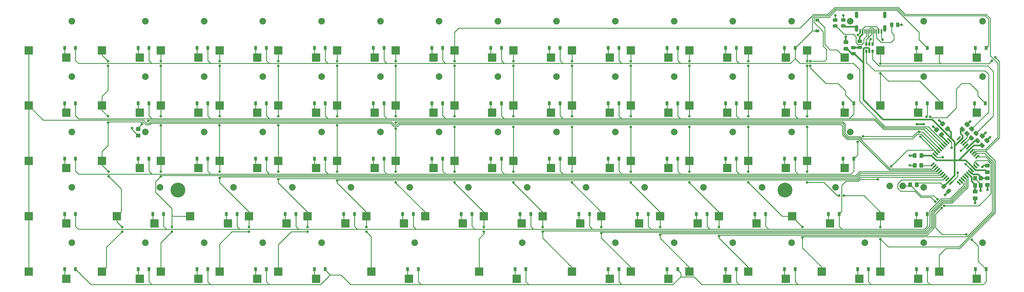
<source format=gbl>
G04 #@! TF.GenerationSoftware,KiCad,Pcbnew,(5.1.8)-1*
G04 #@! TF.CreationDate,2021-04-23T17:16:51-07:00*
G04 #@! TF.ProjectId,Spritzgeback,53707269-747a-4676-9562-61636b2e6b69,rev?*
G04 #@! TF.SameCoordinates,Original*
G04 #@! TF.FileFunction,Copper,L2,Bot*
G04 #@! TF.FilePolarity,Positive*
%FSLAX46Y46*%
G04 Gerber Fmt 4.6, Leading zero omitted, Abs format (unit mm)*
G04 Created by KiCad (PCBNEW (5.1.8)-1) date 2021-04-23 17:16:51*
%MOMM*%
%LPD*%
G01*
G04 APERTURE LIST*
G04 #@! TA.AperFunction,ComponentPad*
%ADD10C,4.562400*%
G04 #@! TD*
G04 #@! TA.AperFunction,SMDPad,CuDef*
%ADD11R,0.900000X1.200000*%
G04 #@! TD*
G04 #@! TA.AperFunction,SMDPad,CuDef*
%ADD12R,1.200000X0.900000*%
G04 #@! TD*
G04 #@! TA.AperFunction,ComponentPad*
%ADD13C,2.032000*%
G04 #@! TD*
G04 #@! TA.AperFunction,SMDPad,CuDef*
%ADD14C,0.100000*%
G04 #@! TD*
G04 #@! TA.AperFunction,SMDPad,CuDef*
%ADD15R,0.650000X1.060000*%
G04 #@! TD*
G04 #@! TA.AperFunction,SMDPad,CuDef*
%ADD16R,1.200000X1.400000*%
G04 #@! TD*
G04 #@! TA.AperFunction,ComponentPad*
%ADD17O,1.050000X2.100000*%
G04 #@! TD*
G04 #@! TA.AperFunction,SMDPad,CuDef*
%ADD18R,0.600000X1.450000*%
G04 #@! TD*
G04 #@! TA.AperFunction,SMDPad,CuDef*
%ADD19R,0.300000X1.450000*%
G04 #@! TD*
G04 #@! TA.AperFunction,SMDPad,CuDef*
%ADD20R,2.600000X2.600000*%
G04 #@! TD*
G04 #@! TA.AperFunction,ViaPad*
%ADD21C,0.800000*%
G04 #@! TD*
G04 #@! TA.AperFunction,Conductor*
%ADD22C,0.508000*%
G04 #@! TD*
G04 #@! TA.AperFunction,Conductor*
%ADD23C,0.250000*%
G04 #@! TD*
G04 APERTURE END LIST*
G04 #@! TA.AperFunction,SMDPad,CuDef*
G36*
G01*
X238424998Y-3950000D02*
X239325002Y-3950000D01*
G75*
G02*
X239575000Y-4199998I0J-249998D01*
G01*
X239575000Y-4725002D01*
G75*
G02*
X239325002Y-4975000I-249998J0D01*
G01*
X238424998Y-4975000D01*
G75*
G02*
X238175000Y-4725002I0J249998D01*
G01*
X238175000Y-4199998D01*
G75*
G02*
X238424998Y-3950000I249998J0D01*
G01*
G37*
G04 #@! TD.AperFunction*
G04 #@! TA.AperFunction,SMDPad,CuDef*
G36*
G01*
X238424998Y-2125000D02*
X239325002Y-2125000D01*
G75*
G02*
X239575000Y-2374998I0J-249998D01*
G01*
X239575000Y-2900002D01*
G75*
G02*
X239325002Y-3150000I-249998J0D01*
G01*
X238424998Y-3150000D01*
G75*
G02*
X238175000Y-2900002I0J249998D01*
G01*
X238175000Y-2374998D01*
G75*
G02*
X238424998Y-2125000I249998J0D01*
G01*
G37*
G04 #@! TD.AperFunction*
D10*
X37500000Y-54900000D03*
X223500000Y-54900000D03*
D11*
X133300000Y-45250000D03*
X136600000Y-45250000D03*
X2800000Y-11250000D03*
X6100000Y-11250000D03*
X25300000Y-11250000D03*
X28600000Y-11250000D03*
X43300000Y-11250000D03*
X46600000Y-11250000D03*
X61300000Y-11250000D03*
X64600000Y-11250000D03*
X79300000Y-11250000D03*
X82600000Y-11250000D03*
X97300000Y-11250000D03*
X100600000Y-11250000D03*
X115300000Y-11250000D03*
X118600000Y-11250000D03*
X133300000Y-11250000D03*
X136600000Y-11250000D03*
X151300000Y-11250000D03*
X154600000Y-11250000D03*
X169300000Y-11250000D03*
X172600000Y-11250000D03*
X187300000Y-11250000D03*
X190600000Y-11250000D03*
X205300000Y-11250000D03*
X208600000Y-11250000D03*
X223300000Y-11250000D03*
X226600000Y-11250000D03*
D12*
X233400000Y-2700000D03*
X233400000Y-6000000D03*
D11*
X281800000Y-11250000D03*
X285100000Y-11250000D03*
X2800000Y-28250000D03*
X6100000Y-28250000D03*
X25300000Y-28250000D03*
X28600000Y-28250000D03*
X43300000Y-28250000D03*
X46600000Y-28250000D03*
X61300000Y-28250000D03*
X64600000Y-28250000D03*
X79300000Y-28250000D03*
X82600000Y-28250000D03*
X97300000Y-28250000D03*
X100600000Y-28250000D03*
X115300000Y-28250000D03*
X118600000Y-28250000D03*
X133300000Y-28250000D03*
X136600000Y-28250000D03*
X151300000Y-28250000D03*
X154600000Y-28250000D03*
X169300000Y-28250000D03*
X172600000Y-28250000D03*
X187300000Y-28250000D03*
X190600000Y-28250000D03*
X205300000Y-28250000D03*
X208600000Y-28250000D03*
X223300000Y-28250000D03*
X226600000Y-28250000D03*
X241300000Y-28250000D03*
X244600000Y-28250000D03*
X263800000Y-11250000D03*
X267100000Y-11250000D03*
X2800000Y-45250000D03*
X6100000Y-45250000D03*
X25300000Y-45250000D03*
X28600000Y-45250000D03*
X43300000Y-45250000D03*
X46600000Y-45250000D03*
X61300000Y-45250000D03*
X64600000Y-45250000D03*
X79300000Y-45250000D03*
X82600000Y-45250000D03*
X97300000Y-45250000D03*
X100600000Y-45250000D03*
X115300000Y-45250000D03*
X118600000Y-45250000D03*
X151300000Y-45250000D03*
X154600000Y-45250000D03*
X169300000Y-45250000D03*
X172600000Y-45250000D03*
X187300000Y-45250000D03*
X190600000Y-45250000D03*
X205300000Y-45250000D03*
X208600000Y-45250000D03*
X223300000Y-45250000D03*
X226600000Y-45250000D03*
X241300000Y-45250000D03*
X244600000Y-45250000D03*
X263800000Y-28250000D03*
X267100000Y-28250000D03*
X2800000Y-62250000D03*
X6100000Y-62250000D03*
X29800000Y-62250000D03*
X33100000Y-62250000D03*
X52300000Y-62250000D03*
X55600000Y-62250000D03*
X70300000Y-62250000D03*
X73600000Y-62250000D03*
X88300000Y-62250000D03*
X91600000Y-62250000D03*
X109600000Y-62250000D03*
X106300000Y-62250000D03*
X124300000Y-62250000D03*
X127600000Y-62250000D03*
X145600000Y-62250000D03*
X142300000Y-62250000D03*
X160300000Y-62250000D03*
X163600000Y-62250000D03*
X178300000Y-62250000D03*
X181600000Y-62250000D03*
X196300000Y-62250000D03*
X199600000Y-62250000D03*
X214300000Y-62250000D03*
X217600000Y-62250000D03*
X236800000Y-62250000D03*
X240100000Y-62250000D03*
X25300000Y-79250000D03*
X28600000Y-79250000D03*
X43300000Y-79250000D03*
X46600000Y-79250000D03*
X61300000Y-79250000D03*
X64600000Y-79250000D03*
X111100000Y-79250000D03*
X107800000Y-79250000D03*
X144100000Y-79250000D03*
X140800000Y-79250000D03*
X187300000Y-79250000D03*
X190600000Y-79250000D03*
X205300000Y-79250000D03*
X208600000Y-79250000D03*
X223300000Y-79250000D03*
X226600000Y-79250000D03*
X245800000Y-79250000D03*
X249100000Y-79250000D03*
X281800000Y-79250000D03*
X285100000Y-79250000D03*
X2800000Y-79250000D03*
X6100000Y-79250000D03*
X79300000Y-79250000D03*
X82600000Y-79250000D03*
X263800000Y-62250000D03*
X267100000Y-62250000D03*
X263800000Y-79250000D03*
X267100000Y-79250000D03*
X281575000Y-28250000D03*
X284875000Y-28250000D03*
X169300000Y-79250000D03*
X172600000Y-79250000D03*
G04 #@! TA.AperFunction,SMDPad,CuDef*
G36*
G01*
X262646000Y-47786001D02*
X262646000Y-46885999D01*
G75*
G02*
X262895999Y-46636000I249999J0D01*
G01*
X263596001Y-46636000D01*
G75*
G02*
X263846000Y-46885999I0J-249999D01*
G01*
X263846000Y-47786001D01*
G75*
G02*
X263596001Y-48036000I-249999J0D01*
G01*
X262895999Y-48036000D01*
G75*
G02*
X262646000Y-47786001I0J249999D01*
G01*
G37*
G04 #@! TD.AperFunction*
G04 #@! TA.AperFunction,SMDPad,CuDef*
G36*
G01*
X264646000Y-47786001D02*
X264646000Y-46885999D01*
G75*
G02*
X264895999Y-46636000I249999J0D01*
G01*
X265596001Y-46636000D01*
G75*
G02*
X265846000Y-46885999I0J-249999D01*
G01*
X265846000Y-47786001D01*
G75*
G02*
X265596001Y-48036000I-249999J0D01*
G01*
X264895999Y-48036000D01*
G75*
G02*
X264646000Y-47786001I0J249999D01*
G01*
G37*
G04 #@! TD.AperFunction*
D13*
X259592000Y-53670000D03*
X255592000Y-53670000D03*
G04 #@! TA.AperFunction,SMDPad,CuDef*
G36*
G01*
X265879000Y-43845000D02*
X265879000Y-44795000D01*
G75*
G02*
X265629000Y-45045000I-250000J0D01*
G01*
X264954000Y-45045000D01*
G75*
G02*
X264704000Y-44795000I0J250000D01*
G01*
X264704000Y-43845000D01*
G75*
G02*
X264954000Y-43595000I250000J0D01*
G01*
X265629000Y-43595000D01*
G75*
G02*
X265879000Y-43845000I0J-250000D01*
G01*
G37*
G04 #@! TD.AperFunction*
G04 #@! TA.AperFunction,SMDPad,CuDef*
G36*
G01*
X263804000Y-43845000D02*
X263804000Y-44795000D01*
G75*
G02*
X263554000Y-45045000I-250000J0D01*
G01*
X262879000Y-45045000D01*
G75*
G02*
X262629000Y-44795000I0J250000D01*
G01*
X262629000Y-43845000D01*
G75*
G02*
X262879000Y-43595000I250000J0D01*
G01*
X263554000Y-43595000D01*
G75*
G02*
X263804000Y-43845000I0J-250000D01*
G01*
G37*
G04 #@! TD.AperFunction*
G04 #@! TA.AperFunction,SMDPad,CuDef*
G36*
G01*
X270713678Y-36467927D02*
X270041927Y-37139678D01*
G75*
G02*
X269688373Y-37139678I-176777J176777D01*
G01*
X269211076Y-36662381D01*
G75*
G02*
X269211076Y-36308827I176777J176777D01*
G01*
X269882827Y-35637076D01*
G75*
G02*
X270236381Y-35637076I176777J-176777D01*
G01*
X270713678Y-36114373D01*
G75*
G02*
X270713678Y-36467927I-176777J-176777D01*
G01*
G37*
G04 #@! TD.AperFunction*
G04 #@! TA.AperFunction,SMDPad,CuDef*
G36*
G01*
X272180924Y-37935173D02*
X271509173Y-38606924D01*
G75*
G02*
X271155619Y-38606924I-176777J176777D01*
G01*
X270678322Y-38129627D01*
G75*
G02*
X270678322Y-37776073I176777J176777D01*
G01*
X271350073Y-37104322D01*
G75*
G02*
X271703627Y-37104322I176777J-176777D01*
G01*
X272180924Y-37581619D01*
G75*
G02*
X272180924Y-37935173I-176777J-176777D01*
G01*
G37*
G04 #@! TD.AperFunction*
G04 #@! TA.AperFunction,SMDPad,CuDef*
G36*
G01*
X286003000Y-53917000D02*
X285053000Y-53917000D01*
G75*
G02*
X284803000Y-53667000I0J250000D01*
G01*
X284803000Y-52992000D01*
G75*
G02*
X285053000Y-52742000I250000J0D01*
G01*
X286003000Y-52742000D01*
G75*
G02*
X286253000Y-52992000I0J-250000D01*
G01*
X286253000Y-53667000D01*
G75*
G02*
X286003000Y-53917000I-250000J0D01*
G01*
G37*
G04 #@! TD.AperFunction*
G04 #@! TA.AperFunction,SMDPad,CuDef*
G36*
G01*
X286003000Y-51842000D02*
X285053000Y-51842000D01*
G75*
G02*
X284803000Y-51592000I0J250000D01*
G01*
X284803000Y-50917000D01*
G75*
G02*
X285053000Y-50667000I250000J0D01*
G01*
X286003000Y-50667000D01*
G75*
G02*
X286253000Y-50917000I0J-250000D01*
G01*
X286253000Y-51592000D01*
G75*
G02*
X286003000Y-51842000I-250000J0D01*
G01*
G37*
G04 #@! TD.AperFunction*
G04 #@! TA.AperFunction,SMDPad,CuDef*
G36*
G01*
X282227000Y-58031000D02*
X281277000Y-58031000D01*
G75*
G02*
X281027000Y-57781000I0J250000D01*
G01*
X281027000Y-57106000D01*
G75*
G02*
X281277000Y-56856000I250000J0D01*
G01*
X282227000Y-56856000D01*
G75*
G02*
X282477000Y-57106000I0J-250000D01*
G01*
X282477000Y-57781000D01*
G75*
G02*
X282227000Y-58031000I-250000J0D01*
G01*
G37*
G04 #@! TD.AperFunction*
G04 #@! TA.AperFunction,SMDPad,CuDef*
G36*
G01*
X282227000Y-55956000D02*
X281277000Y-55956000D01*
G75*
G02*
X281027000Y-55706000I0J250000D01*
G01*
X281027000Y-55031000D01*
G75*
G02*
X281277000Y-54781000I250000J0D01*
G01*
X282227000Y-54781000D01*
G75*
G02*
X282477000Y-55031000I0J-250000D01*
G01*
X282477000Y-55706000D01*
G75*
G02*
X282227000Y-55956000I-250000J0D01*
G01*
G37*
G04 #@! TD.AperFunction*
G04 #@! TA.AperFunction,SMDPad,CuDef*
G36*
G01*
X285985000Y-50019000D02*
X285035000Y-50019000D01*
G75*
G02*
X284785000Y-49769000I0J250000D01*
G01*
X284785000Y-49094000D01*
G75*
G02*
X285035000Y-48844000I250000J0D01*
G01*
X285985000Y-48844000D01*
G75*
G02*
X286235000Y-49094000I0J-250000D01*
G01*
X286235000Y-49769000D01*
G75*
G02*
X285985000Y-50019000I-250000J0D01*
G01*
G37*
G04 #@! TD.AperFunction*
G04 #@! TA.AperFunction,SMDPad,CuDef*
G36*
G01*
X285985000Y-47944000D02*
X285035000Y-47944000D01*
G75*
G02*
X284785000Y-47694000I0J250000D01*
G01*
X284785000Y-47019000D01*
G75*
G02*
X285035000Y-46769000I250000J0D01*
G01*
X285985000Y-46769000D01*
G75*
G02*
X286235000Y-47019000I0J-250000D01*
G01*
X286235000Y-47694000D01*
G75*
G02*
X285985000Y-47944000I-250000J0D01*
G01*
G37*
G04 #@! TD.AperFunction*
G04 #@! TA.AperFunction,SMDPad,CuDef*
G36*
G01*
X271411076Y-53700827D02*
X272082827Y-53029076D01*
G75*
G02*
X272436381Y-53029076I176777J-176777D01*
G01*
X272913678Y-53506373D01*
G75*
G02*
X272913678Y-53859927I-176777J-176777D01*
G01*
X272241927Y-54531678D01*
G75*
G02*
X271888373Y-54531678I-176777J176777D01*
G01*
X271411076Y-54054381D01*
G75*
G02*
X271411076Y-53700827I176777J176777D01*
G01*
G37*
G04 #@! TD.AperFunction*
G04 #@! TA.AperFunction,SMDPad,CuDef*
G36*
G01*
X272878322Y-55168073D02*
X273550073Y-54496322D01*
G75*
G02*
X273903627Y-54496322I176777J-176777D01*
G01*
X274380924Y-54973619D01*
G75*
G02*
X274380924Y-55327173I-176777J-176777D01*
G01*
X273709173Y-55998924D01*
G75*
G02*
X273355619Y-55998924I-176777J176777D01*
G01*
X272878322Y-55521627D01*
G75*
G02*
X272878322Y-55168073I176777J176777D01*
G01*
G37*
G04 #@! TD.AperFunction*
G04 #@! TA.AperFunction,SMDPad,CuDef*
G36*
G01*
X285279073Y-40442678D02*
X284607322Y-39770927D01*
G75*
G02*
X284607322Y-39417373I176777J176777D01*
G01*
X285084619Y-38940076D01*
G75*
G02*
X285438173Y-38940076I176777J-176777D01*
G01*
X286109924Y-39611827D01*
G75*
G02*
X286109924Y-39965381I-176777J-176777D01*
G01*
X285632627Y-40442678D01*
G75*
G02*
X285279073Y-40442678I-176777J176777D01*
G01*
G37*
G04 #@! TD.AperFunction*
G04 #@! TA.AperFunction,SMDPad,CuDef*
G36*
G01*
X283811827Y-41909924D02*
X283140076Y-41238173D01*
G75*
G02*
X283140076Y-40884619I176777J176777D01*
G01*
X283617373Y-40407322D01*
G75*
G02*
X283970927Y-40407322I176777J-176777D01*
G01*
X284642678Y-41079073D01*
G75*
G02*
X284642678Y-41432627I-176777J-176777D01*
G01*
X284165381Y-41909924D01*
G75*
G02*
X283811827Y-41909924I-176777J176777D01*
G01*
G37*
G04 #@! TD.AperFunction*
G04 #@! TA.AperFunction,SMDPad,CuDef*
G36*
G01*
X282404827Y-40508924D02*
X281733076Y-39837173D01*
G75*
G02*
X281733076Y-39483619I176777J176777D01*
G01*
X282210373Y-39006322D01*
G75*
G02*
X282563927Y-39006322I176777J-176777D01*
G01*
X283235678Y-39678073D01*
G75*
G02*
X283235678Y-40031627I-176777J-176777D01*
G01*
X282758381Y-40508924D01*
G75*
G02*
X282404827Y-40508924I-176777J176777D01*
G01*
G37*
G04 #@! TD.AperFunction*
G04 #@! TA.AperFunction,SMDPad,CuDef*
G36*
G01*
X283872073Y-39041678D02*
X283200322Y-38369927D01*
G75*
G02*
X283200322Y-38016373I176777J176777D01*
G01*
X283677619Y-37539076D01*
G75*
G02*
X284031173Y-37539076I176777J-176777D01*
G01*
X284702924Y-38210827D01*
G75*
G02*
X284702924Y-38564381I-176777J-176777D01*
G01*
X284225627Y-39041678D01*
G75*
G02*
X283872073Y-39041678I-176777J176777D01*
G01*
G37*
G04 #@! TD.AperFunction*
G04 #@! TA.AperFunction,SMDPad,CuDef*
G36*
G01*
X277753827Y-36963924D02*
X277082076Y-36292173D01*
G75*
G02*
X277082076Y-35938619I176777J176777D01*
G01*
X277559373Y-35461322D01*
G75*
G02*
X277912927Y-35461322I176777J-176777D01*
G01*
X278584678Y-36133073D01*
G75*
G02*
X278584678Y-36486627I-176777J-176777D01*
G01*
X278107381Y-36963924D01*
G75*
G02*
X277753827Y-36963924I-176777J176777D01*
G01*
G37*
G04 #@! TD.AperFunction*
G04 #@! TA.AperFunction,SMDPad,CuDef*
G36*
G01*
X279221073Y-35496678D02*
X278549322Y-34824927D01*
G75*
G02*
X278549322Y-34471373I176777J176777D01*
G01*
X279026619Y-33994076D01*
G75*
G02*
X279380173Y-33994076I176777J-176777D01*
G01*
X280051924Y-34665827D01*
G75*
G02*
X280051924Y-35019381I-176777J-176777D01*
G01*
X279574627Y-35496678D01*
G75*
G02*
X279221073Y-35496678I-176777J176777D01*
G01*
G37*
G04 #@! TD.AperFunction*
G04 #@! TA.AperFunction,SMDPad,CuDef*
G36*
G01*
X280568042Y-36864356D02*
X279931644Y-36227958D01*
G75*
G02*
X279931644Y-35874406I176776J176776D01*
G01*
X280426620Y-35379430D01*
G75*
G02*
X280780172Y-35379430I176776J-176776D01*
G01*
X281416570Y-36015828D01*
G75*
G02*
X281416570Y-36369380I-176776J-176776D01*
G01*
X280921594Y-36864356D01*
G75*
G02*
X280568042Y-36864356I-176776J176776D01*
G01*
G37*
G04 #@! TD.AperFunction*
G04 #@! TA.AperFunction,SMDPad,CuDef*
G36*
G01*
X279153828Y-38278570D02*
X278517430Y-37642172D01*
G75*
G02*
X278517430Y-37288620I176776J176776D01*
G01*
X279012406Y-36793644D01*
G75*
G02*
X279365958Y-36793644I176776J-176776D01*
G01*
X280002356Y-37430042D01*
G75*
G02*
X280002356Y-37783594I-176776J-176776D01*
G01*
X279507380Y-38278570D01*
G75*
G02*
X279153828Y-38278570I-176776J176776D01*
G01*
G37*
G04 #@! TD.AperFunction*
G04 #@! TA.AperFunction,SMDPad,CuDef*
G36*
G01*
X281918042Y-38214356D02*
X281281644Y-37577958D01*
G75*
G02*
X281281644Y-37224406I176776J176776D01*
G01*
X281776620Y-36729430D01*
G75*
G02*
X282130172Y-36729430I176776J-176776D01*
G01*
X282766570Y-37365828D01*
G75*
G02*
X282766570Y-37719380I-176776J-176776D01*
G01*
X282271594Y-38214356D01*
G75*
G02*
X281918042Y-38214356I-176776J176776D01*
G01*
G37*
G04 #@! TD.AperFunction*
G04 #@! TA.AperFunction,SMDPad,CuDef*
G36*
G01*
X280503828Y-39628570D02*
X279867430Y-38992172D01*
G75*
G02*
X279867430Y-38638620I176776J176776D01*
G01*
X280362406Y-38143644D01*
G75*
G02*
X280715958Y-38143644I176776J-176776D01*
G01*
X281352356Y-38780042D01*
G75*
G02*
X281352356Y-39133594I-176776J-176776D01*
G01*
X280857380Y-39628570D01*
G75*
G02*
X280503828Y-39628570I-176776J176776D01*
G01*
G37*
G04 #@! TD.AperFunction*
G04 #@! TA.AperFunction,SMDPad,CuDef*
D14*
G36*
X277104958Y-38245280D02*
G01*
X277493866Y-38634188D01*
X276433206Y-39694848D01*
X276044298Y-39305940D01*
X277104958Y-38245280D01*
G37*
G04 #@! TD.AperFunction*
G04 #@! TA.AperFunction,SMDPad,CuDef*
G36*
X277670643Y-38810966D02*
G01*
X278059551Y-39199874D01*
X276998891Y-40260534D01*
X276609983Y-39871626D01*
X277670643Y-38810966D01*
G37*
G04 #@! TD.AperFunction*
G04 #@! TA.AperFunction,SMDPad,CuDef*
G36*
X278236328Y-39376651D02*
G01*
X278625236Y-39765559D01*
X277564576Y-40826219D01*
X277175668Y-40437311D01*
X278236328Y-39376651D01*
G37*
G04 #@! TD.AperFunction*
G04 #@! TA.AperFunction,SMDPad,CuDef*
G36*
X278802014Y-39942336D02*
G01*
X279190922Y-40331244D01*
X278130262Y-41391904D01*
X277741354Y-41002996D01*
X278802014Y-39942336D01*
G37*
G04 #@! TD.AperFunction*
G04 #@! TA.AperFunction,SMDPad,CuDef*
G36*
X279367699Y-40508022D02*
G01*
X279756607Y-40896930D01*
X278695947Y-41957590D01*
X278307039Y-41568682D01*
X279367699Y-40508022D01*
G37*
G04 #@! TD.AperFunction*
G04 #@! TA.AperFunction,SMDPad,CuDef*
G36*
X279933385Y-41073707D02*
G01*
X280322293Y-41462615D01*
X279261633Y-42523275D01*
X278872725Y-42134367D01*
X279933385Y-41073707D01*
G37*
G04 #@! TD.AperFunction*
G04 #@! TA.AperFunction,SMDPad,CuDef*
G36*
X280499070Y-41639393D02*
G01*
X280887978Y-42028301D01*
X279827318Y-43088961D01*
X279438410Y-42700053D01*
X280499070Y-41639393D01*
G37*
G04 #@! TD.AperFunction*
G04 #@! TA.AperFunction,SMDPad,CuDef*
G36*
X281064756Y-42205078D02*
G01*
X281453664Y-42593986D01*
X280393004Y-43654646D01*
X280004096Y-43265738D01*
X281064756Y-42205078D01*
G37*
G04 #@! TD.AperFunction*
G04 #@! TA.AperFunction,SMDPad,CuDef*
G36*
X281630441Y-42770764D02*
G01*
X282019349Y-43159672D01*
X280958689Y-44220332D01*
X280569781Y-43831424D01*
X281630441Y-42770764D01*
G37*
G04 #@! TD.AperFunction*
G04 #@! TA.AperFunction,SMDPad,CuDef*
G36*
X282196126Y-43336449D02*
G01*
X282585034Y-43725357D01*
X281524374Y-44786017D01*
X281135466Y-44397109D01*
X282196126Y-43336449D01*
G37*
G04 #@! TD.AperFunction*
G04 #@! TA.AperFunction,SMDPad,CuDef*
G36*
X282761812Y-43902134D02*
G01*
X283150720Y-44291042D01*
X282090060Y-45351702D01*
X281701152Y-44962794D01*
X282761812Y-43902134D01*
G37*
G04 #@! TD.AperFunction*
G04 #@! TA.AperFunction,SMDPad,CuDef*
G36*
X283150720Y-47366958D02*
G01*
X282761812Y-47755866D01*
X281701152Y-46695206D01*
X282090060Y-46306298D01*
X283150720Y-47366958D01*
G37*
G04 #@! TD.AperFunction*
G04 #@! TA.AperFunction,SMDPad,CuDef*
G36*
X282585034Y-47932643D02*
G01*
X282196126Y-48321551D01*
X281135466Y-47260891D01*
X281524374Y-46871983D01*
X282585034Y-47932643D01*
G37*
G04 #@! TD.AperFunction*
G04 #@! TA.AperFunction,SMDPad,CuDef*
G36*
X282019349Y-48498328D02*
G01*
X281630441Y-48887236D01*
X280569781Y-47826576D01*
X280958689Y-47437668D01*
X282019349Y-48498328D01*
G37*
G04 #@! TD.AperFunction*
G04 #@! TA.AperFunction,SMDPad,CuDef*
G36*
X281453664Y-49064014D02*
G01*
X281064756Y-49452922D01*
X280004096Y-48392262D01*
X280393004Y-48003354D01*
X281453664Y-49064014D01*
G37*
G04 #@! TD.AperFunction*
G04 #@! TA.AperFunction,SMDPad,CuDef*
G36*
X280887978Y-49629699D02*
G01*
X280499070Y-50018607D01*
X279438410Y-48957947D01*
X279827318Y-48569039D01*
X280887978Y-49629699D01*
G37*
G04 #@! TD.AperFunction*
G04 #@! TA.AperFunction,SMDPad,CuDef*
G36*
X280322293Y-50195385D02*
G01*
X279933385Y-50584293D01*
X278872725Y-49523633D01*
X279261633Y-49134725D01*
X280322293Y-50195385D01*
G37*
G04 #@! TD.AperFunction*
G04 #@! TA.AperFunction,SMDPad,CuDef*
G36*
X279756607Y-50761070D02*
G01*
X279367699Y-51149978D01*
X278307039Y-50089318D01*
X278695947Y-49700410D01*
X279756607Y-50761070D01*
G37*
G04 #@! TD.AperFunction*
G04 #@! TA.AperFunction,SMDPad,CuDef*
G36*
X279190922Y-51326756D02*
G01*
X278802014Y-51715664D01*
X277741354Y-50655004D01*
X278130262Y-50266096D01*
X279190922Y-51326756D01*
G37*
G04 #@! TD.AperFunction*
G04 #@! TA.AperFunction,SMDPad,CuDef*
G36*
X278625236Y-51892441D02*
G01*
X278236328Y-52281349D01*
X277175668Y-51220689D01*
X277564576Y-50831781D01*
X278625236Y-51892441D01*
G37*
G04 #@! TD.AperFunction*
G04 #@! TA.AperFunction,SMDPad,CuDef*
G36*
X278059551Y-52458126D02*
G01*
X277670643Y-52847034D01*
X276609983Y-51786374D01*
X276998891Y-51397466D01*
X278059551Y-52458126D01*
G37*
G04 #@! TD.AperFunction*
G04 #@! TA.AperFunction,SMDPad,CuDef*
G36*
X277493866Y-53023812D02*
G01*
X277104958Y-53412720D01*
X276044298Y-52352060D01*
X276433206Y-51963152D01*
X277493866Y-53023812D01*
G37*
G04 #@! TD.AperFunction*
G04 #@! TA.AperFunction,SMDPad,CuDef*
G36*
X274700794Y-51963152D02*
G01*
X275089702Y-52352060D01*
X274029042Y-53412720D01*
X273640134Y-53023812D01*
X274700794Y-51963152D01*
G37*
G04 #@! TD.AperFunction*
G04 #@! TA.AperFunction,SMDPad,CuDef*
G36*
X274135109Y-51397466D02*
G01*
X274524017Y-51786374D01*
X273463357Y-52847034D01*
X273074449Y-52458126D01*
X274135109Y-51397466D01*
G37*
G04 #@! TD.AperFunction*
G04 #@! TA.AperFunction,SMDPad,CuDef*
G36*
X273569424Y-50831781D02*
G01*
X273958332Y-51220689D01*
X272897672Y-52281349D01*
X272508764Y-51892441D01*
X273569424Y-50831781D01*
G37*
G04 #@! TD.AperFunction*
G04 #@! TA.AperFunction,SMDPad,CuDef*
G36*
X273003738Y-50266096D02*
G01*
X273392646Y-50655004D01*
X272331986Y-51715664D01*
X271943078Y-51326756D01*
X273003738Y-50266096D01*
G37*
G04 #@! TD.AperFunction*
G04 #@! TA.AperFunction,SMDPad,CuDef*
G36*
X272438053Y-49700410D02*
G01*
X272826961Y-50089318D01*
X271766301Y-51149978D01*
X271377393Y-50761070D01*
X272438053Y-49700410D01*
G37*
G04 #@! TD.AperFunction*
G04 #@! TA.AperFunction,SMDPad,CuDef*
G36*
X271872367Y-49134725D02*
G01*
X272261275Y-49523633D01*
X271200615Y-50584293D01*
X270811707Y-50195385D01*
X271872367Y-49134725D01*
G37*
G04 #@! TD.AperFunction*
G04 #@! TA.AperFunction,SMDPad,CuDef*
G36*
X271306682Y-48569039D02*
G01*
X271695590Y-48957947D01*
X270634930Y-50018607D01*
X270246022Y-49629699D01*
X271306682Y-48569039D01*
G37*
G04 #@! TD.AperFunction*
G04 #@! TA.AperFunction,SMDPad,CuDef*
G36*
X270740996Y-48003354D02*
G01*
X271129904Y-48392262D01*
X270069244Y-49452922D01*
X269680336Y-49064014D01*
X270740996Y-48003354D01*
G37*
G04 #@! TD.AperFunction*
G04 #@! TA.AperFunction,SMDPad,CuDef*
G36*
X270175311Y-47437668D02*
G01*
X270564219Y-47826576D01*
X269503559Y-48887236D01*
X269114651Y-48498328D01*
X270175311Y-47437668D01*
G37*
G04 #@! TD.AperFunction*
G04 #@! TA.AperFunction,SMDPad,CuDef*
G36*
X269609626Y-46871983D02*
G01*
X269998534Y-47260891D01*
X268937874Y-48321551D01*
X268548966Y-47932643D01*
X269609626Y-46871983D01*
G37*
G04 #@! TD.AperFunction*
G04 #@! TA.AperFunction,SMDPad,CuDef*
G36*
X269043940Y-46306298D02*
G01*
X269432848Y-46695206D01*
X268372188Y-47755866D01*
X267983280Y-47366958D01*
X269043940Y-46306298D01*
G37*
G04 #@! TD.AperFunction*
G04 #@! TA.AperFunction,SMDPad,CuDef*
G36*
X269432848Y-44962794D02*
G01*
X269043940Y-45351702D01*
X267983280Y-44291042D01*
X268372188Y-43902134D01*
X269432848Y-44962794D01*
G37*
G04 #@! TD.AperFunction*
G04 #@! TA.AperFunction,SMDPad,CuDef*
G36*
X269998534Y-44397109D02*
G01*
X269609626Y-44786017D01*
X268548966Y-43725357D01*
X268937874Y-43336449D01*
X269998534Y-44397109D01*
G37*
G04 #@! TD.AperFunction*
G04 #@! TA.AperFunction,SMDPad,CuDef*
G36*
X270564219Y-43831424D02*
G01*
X270175311Y-44220332D01*
X269114651Y-43159672D01*
X269503559Y-42770764D01*
X270564219Y-43831424D01*
G37*
G04 #@! TD.AperFunction*
G04 #@! TA.AperFunction,SMDPad,CuDef*
G36*
X271129904Y-43265738D02*
G01*
X270740996Y-43654646D01*
X269680336Y-42593986D01*
X270069244Y-42205078D01*
X271129904Y-43265738D01*
G37*
G04 #@! TD.AperFunction*
G04 #@! TA.AperFunction,SMDPad,CuDef*
G36*
X271695590Y-42700053D02*
G01*
X271306682Y-43088961D01*
X270246022Y-42028301D01*
X270634930Y-41639393D01*
X271695590Y-42700053D01*
G37*
G04 #@! TD.AperFunction*
G04 #@! TA.AperFunction,SMDPad,CuDef*
G36*
X272261275Y-42134367D02*
G01*
X271872367Y-42523275D01*
X270811707Y-41462615D01*
X271200615Y-41073707D01*
X272261275Y-42134367D01*
G37*
G04 #@! TD.AperFunction*
G04 #@! TA.AperFunction,SMDPad,CuDef*
G36*
X272826961Y-41568682D02*
G01*
X272438053Y-41957590D01*
X271377393Y-40896930D01*
X271766301Y-40508022D01*
X272826961Y-41568682D01*
G37*
G04 #@! TD.AperFunction*
G04 #@! TA.AperFunction,SMDPad,CuDef*
G36*
X273392646Y-41002996D02*
G01*
X273003738Y-41391904D01*
X271943078Y-40331244D01*
X272331986Y-39942336D01*
X273392646Y-41002996D01*
G37*
G04 #@! TD.AperFunction*
G04 #@! TA.AperFunction,SMDPad,CuDef*
G36*
X273958332Y-40437311D02*
G01*
X273569424Y-40826219D01*
X272508764Y-39765559D01*
X272897672Y-39376651D01*
X273958332Y-40437311D01*
G37*
G04 #@! TD.AperFunction*
G04 #@! TA.AperFunction,SMDPad,CuDef*
G36*
X274524017Y-39871626D02*
G01*
X274135109Y-40260534D01*
X273074449Y-39199874D01*
X273463357Y-38810966D01*
X274524017Y-39871626D01*
G37*
G04 #@! TD.AperFunction*
G04 #@! TA.AperFunction,SMDPad,CuDef*
G36*
X275089702Y-39305940D02*
G01*
X274700794Y-39694848D01*
X273640134Y-38634188D01*
X274029042Y-38245280D01*
X275089702Y-39305940D01*
G37*
G04 #@! TD.AperFunction*
G04 #@! TA.AperFunction,SMDPad,CuDef*
G36*
G01*
X274016924Y-36113173D02*
X273345173Y-36784924D01*
G75*
G02*
X272991619Y-36784924I-176777J176777D01*
G01*
X272514322Y-36307627D01*
G75*
G02*
X272514322Y-35954073I176777J176777D01*
G01*
X273186073Y-35282322D01*
G75*
G02*
X273539627Y-35282322I176777J-176777D01*
G01*
X274016924Y-35759619D01*
G75*
G02*
X274016924Y-36113173I-176777J-176777D01*
G01*
G37*
G04 #@! TD.AperFunction*
G04 #@! TA.AperFunction,SMDPad,CuDef*
G36*
G01*
X272549678Y-34645927D02*
X271877927Y-35317678D01*
G75*
G02*
X271524373Y-35317678I-176777J176777D01*
G01*
X271047076Y-34840381D01*
G75*
G02*
X271047076Y-34486827I176777J176777D01*
G01*
X271718827Y-33815076D01*
G75*
G02*
X272072381Y-33815076I176777J-176777D01*
G01*
X272549678Y-34292373D01*
G75*
G02*
X272549678Y-34645927I-176777J-176777D01*
G01*
G37*
G04 #@! TD.AperFunction*
G04 #@! TA.AperFunction,SMDPad,CuDef*
G36*
G01*
X242625000Y-12100000D02*
X241675000Y-12100000D01*
G75*
G02*
X241425000Y-11850000I0J250000D01*
G01*
X241425000Y-11175000D01*
G75*
G02*
X241675000Y-10925000I250000J0D01*
G01*
X242625000Y-10925000D01*
G75*
G02*
X242875000Y-11175000I0J-250000D01*
G01*
X242875000Y-11850000D01*
G75*
G02*
X242625000Y-12100000I-250000J0D01*
G01*
G37*
G04 #@! TD.AperFunction*
G04 #@! TA.AperFunction,SMDPad,CuDef*
G36*
G01*
X242625000Y-10025000D02*
X241675000Y-10025000D01*
G75*
G02*
X241425000Y-9775000I0J250000D01*
G01*
X241425000Y-9100000D01*
G75*
G02*
X241675000Y-8850000I250000J0D01*
G01*
X242625000Y-8850000D01*
G75*
G02*
X242875000Y-9100000I0J-250000D01*
G01*
X242875000Y-9775000D01*
G75*
G02*
X242625000Y-10025000I-250000J0D01*
G01*
G37*
G04 #@! TD.AperFunction*
G04 #@! TA.AperFunction,SMDPad,CuDef*
G36*
G01*
X246824002Y-9716000D02*
X245923998Y-9716000D01*
G75*
G02*
X245674000Y-9466002I0J249998D01*
G01*
X245674000Y-8940998D01*
G75*
G02*
X245923998Y-8691000I249998J0D01*
G01*
X246824002Y-8691000D01*
G75*
G02*
X247074000Y-8940998I0J-249998D01*
G01*
X247074000Y-9466002D01*
G75*
G02*
X246824002Y-9716000I-249998J0D01*
G01*
G37*
G04 #@! TD.AperFunction*
G04 #@! TA.AperFunction,SMDPad,CuDef*
G36*
G01*
X246824002Y-11541000D02*
X245923998Y-11541000D01*
G75*
G02*
X245674000Y-11291002I0J249998D01*
G01*
X245674000Y-10765998D01*
G75*
G02*
X245923998Y-10516000I249998J0D01*
G01*
X246824002Y-10516000D01*
G75*
G02*
X247074000Y-10765998I0J-249998D01*
G01*
X247074000Y-11291002D01*
G75*
G02*
X246824002Y-11541000I-249998J0D01*
G01*
G37*
G04 #@! TD.AperFunction*
G04 #@! TA.AperFunction,SMDPad,CuDef*
G36*
G01*
X244908002Y-13477000D02*
X244007998Y-13477000D01*
G75*
G02*
X243758000Y-13227002I0J249998D01*
G01*
X243758000Y-12701998D01*
G75*
G02*
X244007998Y-12452000I249998J0D01*
G01*
X244908002Y-12452000D01*
G75*
G02*
X245158000Y-12701998I0J-249998D01*
G01*
X245158000Y-13227002D01*
G75*
G02*
X244908002Y-13477000I-249998J0D01*
G01*
G37*
G04 #@! TD.AperFunction*
G04 #@! TA.AperFunction,SMDPad,CuDef*
G36*
G01*
X244908002Y-11652000D02*
X244007998Y-11652000D01*
G75*
G02*
X243758000Y-11402002I0J249998D01*
G01*
X243758000Y-10876998D01*
G75*
G02*
X244007998Y-10627000I249998J0D01*
G01*
X244908002Y-10627000D01*
G75*
G02*
X245158000Y-10876998I0J-249998D01*
G01*
X245158000Y-11402002D01*
G75*
G02*
X244908002Y-11652000I-249998J0D01*
G01*
G37*
G04 #@! TD.AperFunction*
G04 #@! TA.AperFunction,SMDPad,CuDef*
G36*
G01*
X263258000Y-53712001D02*
X263258000Y-52811999D01*
G75*
G02*
X263507999Y-52562000I249999J0D01*
G01*
X264208001Y-52562000D01*
G75*
G02*
X264458000Y-52811999I0J-249999D01*
G01*
X264458000Y-53712001D01*
G75*
G02*
X264208001Y-53962000I-249999J0D01*
G01*
X263507999Y-53962000D01*
G75*
G02*
X263258000Y-53712001I0J249999D01*
G01*
G37*
G04 #@! TD.AperFunction*
G04 #@! TA.AperFunction,SMDPad,CuDef*
G36*
G01*
X261258000Y-53712001D02*
X261258000Y-52811999D01*
G75*
G02*
X261507999Y-52562000I249999J0D01*
G01*
X262208001Y-52562000D01*
G75*
G02*
X262458000Y-52811999I0J-249999D01*
G01*
X262458000Y-53712001D01*
G75*
G02*
X262208001Y-53962000I-249999J0D01*
G01*
X261507999Y-53962000D01*
G75*
G02*
X261258000Y-53712001I0J249999D01*
G01*
G37*
G04 #@! TD.AperFunction*
G04 #@! TA.AperFunction,SMDPad,CuDef*
G36*
G01*
X25750001Y-36750000D02*
X24849999Y-36750000D01*
G75*
G02*
X24600000Y-36500001I0J249999D01*
G01*
X24600000Y-35799999D01*
G75*
G02*
X24849999Y-35550000I249999J0D01*
G01*
X25750001Y-35550000D01*
G75*
G02*
X26000000Y-35799999I0J-249999D01*
G01*
X26000000Y-36500001D01*
G75*
G02*
X25750001Y-36750000I-249999J0D01*
G01*
G37*
G04 #@! TD.AperFunction*
G04 #@! TA.AperFunction,SMDPad,CuDef*
G36*
G01*
X25750001Y-38750000D02*
X24849999Y-38750000D01*
G75*
G02*
X24600000Y-38500001I0J249999D01*
G01*
X24600000Y-37799999D01*
G75*
G02*
X24849999Y-37550000I249999J0D01*
G01*
X25750001Y-37550000D01*
G75*
G02*
X26000000Y-37799999I0J-249999D01*
G01*
X26000000Y-38500001D01*
G75*
G02*
X25750001Y-38750000I-249999J0D01*
G01*
G37*
G04 #@! TD.AperFunction*
D15*
X249350000Y-12200000D03*
X248400000Y-12200000D03*
X250300000Y-12200000D03*
X250300000Y-10000000D03*
X249350000Y-10000000D03*
X248400000Y-10000000D03*
G04 #@! TA.AperFunction,SMDPad,CuDef*
G36*
G01*
X258527000Y-3649998D02*
X258527000Y-4550002D01*
G75*
G02*
X258277002Y-4800000I-249998J0D01*
G01*
X257751998Y-4800000D01*
G75*
G02*
X257502000Y-4550002I0J249998D01*
G01*
X257502000Y-3649998D01*
G75*
G02*
X257751998Y-3400000I249998J0D01*
G01*
X258277002Y-3400000D01*
G75*
G02*
X258527000Y-3649998I0J-249998D01*
G01*
G37*
G04 #@! TD.AperFunction*
G04 #@! TA.AperFunction,SMDPad,CuDef*
G36*
G01*
X256702000Y-3649998D02*
X256702000Y-4550002D01*
G75*
G02*
X256452002Y-4800000I-249998J0D01*
G01*
X255926998Y-4800000D01*
G75*
G02*
X255677000Y-4550002I0J249998D01*
G01*
X255677000Y-3649998D01*
G75*
G02*
X255926998Y-3400000I249998J0D01*
G01*
X256452002Y-3400000D01*
G75*
G02*
X256702000Y-3649998I0J-249998D01*
G01*
G37*
G04 #@! TD.AperFunction*
D16*
X281760000Y-51236000D03*
X281760000Y-53436000D03*
X283460000Y-53436000D03*
X283460000Y-51236000D03*
D17*
X254070000Y-1025000D03*
X245430000Y-1025000D03*
X254070000Y-5205000D03*
X245430000Y-5205000D03*
D18*
X253000000Y-6120000D03*
X252200000Y-6120000D03*
D19*
X251500000Y-6120000D03*
X251000000Y-6120000D03*
X250500000Y-6120000D03*
X250000000Y-6120000D03*
X248000000Y-6120000D03*
X248500000Y-6120000D03*
X249000000Y-6120000D03*
X249500000Y-6120000D03*
D18*
X247300000Y-6120000D03*
X246500000Y-6120000D03*
G04 #@! TA.AperFunction,SMDPad,CuDef*
G36*
G01*
X241800001Y-4975000D02*
X240899999Y-4975000D01*
G75*
G02*
X240650000Y-4725001I0J249999D01*
G01*
X240650000Y-4199999D01*
G75*
G02*
X240899999Y-3950000I249999J0D01*
G01*
X241800001Y-3950000D01*
G75*
G02*
X242050000Y-4199999I0J-249999D01*
G01*
X242050000Y-4725001D01*
G75*
G02*
X241800001Y-4975000I-249999J0D01*
G01*
G37*
G04 #@! TD.AperFunction*
G04 #@! TA.AperFunction,SMDPad,CuDef*
G36*
G01*
X241800001Y-3150000D02*
X240899999Y-3150000D01*
G75*
G02*
X240650000Y-2900001I0J249999D01*
G01*
X240650000Y-2374999D01*
G75*
G02*
X240899999Y-2125000I249999J0D01*
G01*
X241800001Y-2125000D01*
G75*
G02*
X242050000Y-2374999I0J-249999D01*
G01*
X242050000Y-2900001D01*
G75*
G02*
X241800001Y-3150000I-249999J0D01*
G01*
G37*
G04 #@! TD.AperFunction*
D20*
X3275000Y-14150000D03*
X-8275000Y-11950000D03*
D13*
X5000000Y-3050000D03*
X27500000Y-3050000D03*
D20*
X14225000Y-11950000D03*
X25775000Y-14150000D03*
X43775000Y-14150000D03*
X32225000Y-11950000D03*
D13*
X45500000Y-3050000D03*
X63500000Y-3050000D03*
D20*
X50225000Y-11950000D03*
X61775000Y-14150000D03*
X79775000Y-14150000D03*
X68225000Y-11950000D03*
D13*
X81500000Y-3050000D03*
X99500000Y-3050000D03*
D20*
X86225000Y-11950000D03*
X97775000Y-14150000D03*
X115775000Y-14150000D03*
X104225000Y-11950000D03*
D13*
X117500000Y-3050000D03*
X135500000Y-3050000D03*
D20*
X122225000Y-11950000D03*
X133775000Y-14150000D03*
X151775000Y-14150000D03*
X140225000Y-11950000D03*
D13*
X153500000Y-3050000D03*
X171500000Y-3050000D03*
D20*
X158225000Y-11950000D03*
X169775000Y-14150000D03*
X187775000Y-14150000D03*
X176225000Y-11950000D03*
D13*
X189500000Y-3050000D03*
D20*
X205775000Y-14150000D03*
X194225000Y-11950000D03*
D13*
X207500000Y-3050000D03*
X225500000Y-3050000D03*
D20*
X212225000Y-11950000D03*
X223775000Y-14150000D03*
X241775000Y-14150000D03*
X230225000Y-11950000D03*
D13*
X243500000Y-3050000D03*
D20*
X264275000Y-14150000D03*
X252725000Y-11950000D03*
D13*
X266000000Y-3050000D03*
X284000000Y-3050000D03*
D20*
X270725000Y-11950000D03*
X282275000Y-14150000D03*
X3275000Y-31150000D03*
X-8275000Y-28950000D03*
D13*
X5000000Y-20050000D03*
X27500000Y-20050000D03*
D20*
X14225000Y-28950000D03*
X25775000Y-31150000D03*
D13*
X45500000Y-20050000D03*
D20*
X32225000Y-28950000D03*
X43775000Y-31150000D03*
D13*
X63500000Y-20050000D03*
D20*
X50225000Y-28950000D03*
X61775000Y-31150000D03*
X79775000Y-31150000D03*
X68225000Y-28950000D03*
D13*
X81500000Y-20050000D03*
D20*
X97775000Y-31150000D03*
X86225000Y-28950000D03*
D13*
X99500000Y-20050000D03*
X117500000Y-20050000D03*
D20*
X104225000Y-28950000D03*
X115775000Y-31150000D03*
X133775000Y-31150000D03*
X122225000Y-28950000D03*
D13*
X135500000Y-20050000D03*
X153500000Y-20050000D03*
D20*
X140225000Y-28950000D03*
X151775000Y-31150000D03*
D13*
X171500000Y-20050000D03*
D20*
X158225000Y-28950000D03*
X169775000Y-31150000D03*
X187775000Y-31150000D03*
X176225000Y-28950000D03*
D13*
X189500000Y-20050000D03*
X207500000Y-20050000D03*
D20*
X194225000Y-28950000D03*
X205775000Y-31150000D03*
X223775000Y-31150000D03*
X212225000Y-28950000D03*
D13*
X225500000Y-20050000D03*
X243500000Y-20050000D03*
D20*
X230225000Y-28950000D03*
X241775000Y-31150000D03*
X264275000Y-31150000D03*
X252725000Y-28950000D03*
D13*
X266000000Y-20050000D03*
D20*
X282275000Y-31150000D03*
X270725000Y-28950000D03*
D13*
X284000000Y-20050000D03*
X5000000Y-37050000D03*
D20*
X-8275000Y-45950000D03*
X3275000Y-48150000D03*
X25775000Y-48150000D03*
X14225000Y-45950000D03*
D13*
X27500000Y-37050000D03*
D20*
X43775000Y-48150000D03*
X32225000Y-45950000D03*
D13*
X45500000Y-37050000D03*
X63500000Y-37050000D03*
D20*
X50225000Y-45950000D03*
X61775000Y-48150000D03*
X79775000Y-48150000D03*
X68225000Y-45950000D03*
D13*
X81500000Y-37050000D03*
D20*
X97775000Y-48150000D03*
X86225000Y-45950000D03*
D13*
X99500000Y-37050000D03*
X117500000Y-37050000D03*
D20*
X104225000Y-45950000D03*
X115775000Y-48150000D03*
X133775000Y-48150000D03*
X122225000Y-45950000D03*
D13*
X135500000Y-37050000D03*
X153500000Y-37050000D03*
D20*
X140225000Y-45950000D03*
X151775000Y-48150000D03*
D13*
X171500000Y-37050000D03*
D20*
X158225000Y-45950000D03*
X169775000Y-48150000D03*
D13*
X189500000Y-37050000D03*
D20*
X176225000Y-45950000D03*
X187775000Y-48150000D03*
X205775000Y-48150000D03*
X194225000Y-45950000D03*
D13*
X207500000Y-37050000D03*
X225500000Y-37050000D03*
D20*
X212225000Y-45950000D03*
X223775000Y-48150000D03*
D13*
X243500000Y-37050000D03*
D20*
X230225000Y-45950000D03*
X241775000Y-48150000D03*
X3275000Y-65150000D03*
X-8275000Y-62950000D03*
D13*
X5000000Y-54050000D03*
D20*
X30275000Y-65150000D03*
X18725000Y-62950000D03*
D13*
X32000000Y-54050000D03*
D20*
X52775000Y-65150000D03*
X41225000Y-62950000D03*
D13*
X54500000Y-54050000D03*
X72500000Y-54050000D03*
D20*
X59225000Y-62950000D03*
X70775000Y-65150000D03*
X88775000Y-65150000D03*
X77225000Y-62950000D03*
D13*
X90500000Y-54050000D03*
D20*
X106775000Y-65150000D03*
X95225000Y-62950000D03*
D13*
X108500000Y-54050000D03*
D20*
X124775000Y-65150000D03*
X113225000Y-62950000D03*
D13*
X126500000Y-54050000D03*
X144500000Y-54050000D03*
D20*
X131225000Y-62950000D03*
X142775000Y-65150000D03*
X160775000Y-65150000D03*
X149225000Y-62950000D03*
D13*
X162500000Y-54050000D03*
X180500000Y-54050000D03*
D20*
X167225000Y-62950000D03*
X178775000Y-65150000D03*
X196775000Y-65150000D03*
X185225000Y-62950000D03*
D13*
X198500000Y-54050000D03*
D20*
X214775000Y-65150000D03*
X203225000Y-62950000D03*
D13*
X216500000Y-54050000D03*
X239000000Y-54050000D03*
D20*
X225725000Y-62950000D03*
X237275000Y-65150000D03*
X264275000Y-65150000D03*
X252725000Y-62950000D03*
D13*
X266000000Y-54050000D03*
D20*
X3275000Y-82150000D03*
X-8275000Y-79950000D03*
D13*
X5000000Y-71050000D03*
X27500000Y-71050000D03*
D20*
X14225000Y-79950000D03*
X25775000Y-82150000D03*
D13*
X45500000Y-71050000D03*
D20*
X32225000Y-79950000D03*
X43775000Y-82150000D03*
D13*
X63500000Y-71050000D03*
D20*
X50225000Y-79950000D03*
X61775000Y-82150000D03*
D13*
X81500000Y-71050000D03*
D20*
X68225000Y-79950000D03*
X79775000Y-82150000D03*
X108275000Y-82150000D03*
X96725000Y-79950000D03*
D13*
X110000000Y-71050000D03*
X143000000Y-71050000D03*
D20*
X129725000Y-79950000D03*
X141275000Y-82150000D03*
D13*
X171500000Y-71050000D03*
D20*
X158225000Y-79950000D03*
X169775000Y-82150000D03*
D13*
X189500000Y-71050000D03*
D20*
X176225000Y-79950000D03*
X187775000Y-82150000D03*
X205775000Y-82150000D03*
X194225000Y-79950000D03*
D13*
X207500000Y-71050000D03*
X225500000Y-71050000D03*
D20*
X212225000Y-79950000D03*
X223775000Y-82150000D03*
D13*
X248000000Y-71050000D03*
D20*
X234725000Y-79950000D03*
X246275000Y-82150000D03*
D13*
X266000000Y-71050000D03*
D20*
X252725000Y-79950000D03*
X264275000Y-82150000D03*
X282275000Y-82150000D03*
X270725000Y-79950000D03*
D13*
X284000000Y-71050000D03*
D21*
X263851565Y-34674999D03*
X266026566Y-34674999D03*
X272478000Y-56426000D03*
X283466000Y-55048000D03*
X281754000Y-58920000D03*
X284938000Y-37304000D03*
X286318000Y-38684000D03*
X283914000Y-47840000D03*
X285534000Y-54838000D03*
X280256000Y-33798000D03*
X261742000Y-44314000D03*
X261748000Y-47330000D03*
X274534000Y-41852000D03*
X276372000Y-49540000D03*
X278830000Y-46954000D03*
X277442000Y-42816000D03*
X259258000Y-4102000D03*
X268892000Y-35318000D03*
X270722000Y-33490000D03*
X271875000Y-44850000D03*
X249700000Y-8500000D03*
X253375000Y-8700000D03*
X242150000Y-7725000D03*
X241350000Y-1200000D03*
X238875000Y-1200000D03*
X245827284Y-7264977D03*
X255980658Y-47630352D03*
X251975000Y-51634303D03*
X267975000Y-32350010D03*
X264937357Y-38487663D03*
X245725000Y-40075020D03*
X266850000Y-32350010D03*
X264576565Y-37025020D03*
X247393358Y-38406642D03*
X231225003Y-16700001D03*
X231225003Y-15250001D03*
X279024847Y-68499847D03*
X280686563Y-70161563D03*
X271510202Y-60424334D03*
X269517892Y-58432108D03*
X272225000Y-59725000D03*
X270225000Y-57725000D03*
X185225000Y-68600021D03*
X176225000Y-15250001D03*
X176225000Y-16700001D03*
X176225000Y-32250001D03*
X176225000Y-35500041D03*
X176225000Y-49250001D03*
X176225000Y-52500041D03*
X185225000Y-66250001D03*
X167225000Y-68150011D03*
X158225000Y-15250001D03*
X158225000Y-16700001D03*
X158225000Y-32250001D03*
X158225000Y-35500041D03*
X158225000Y-49250001D03*
X158225000Y-52500041D03*
X167225000Y-66250001D03*
X16075000Y-15250001D03*
X16075000Y-16700001D03*
X16075000Y-32250001D03*
X16075000Y-34150011D03*
X20350000Y-66250001D03*
X20350000Y-67700001D03*
X16250000Y-49250001D03*
X16250000Y-50700001D03*
X32225000Y-50700001D03*
X32225000Y-15250001D03*
X32225000Y-16700001D03*
X32225000Y-32250001D03*
X32225000Y-35050031D03*
X32225000Y-49250001D03*
X35625000Y-66250001D03*
X35625000Y-67700001D03*
X50225000Y-51150011D03*
X50225000Y-15250001D03*
X50225000Y-16700001D03*
X50225000Y-32250001D03*
X50200000Y-35050031D03*
X50225000Y-49250001D03*
X59225000Y-66250001D03*
X59225000Y-67700001D03*
X68225000Y-51600021D03*
X68225000Y-15250001D03*
X68225000Y-16700001D03*
X68225000Y-32250001D03*
X68225000Y-35050031D03*
X68225000Y-49250001D03*
X77225000Y-66250001D03*
X77225000Y-67700001D03*
X86225000Y-52050031D03*
X86225000Y-15250001D03*
X86225000Y-16700001D03*
X86225000Y-32250001D03*
X86225000Y-35050031D03*
X86225000Y-49250001D03*
X95225000Y-66250001D03*
X95225000Y-67700001D03*
X104225000Y-34150011D03*
X104225000Y-15250001D03*
X104225000Y-16700001D03*
X104225000Y-32250001D03*
X104225000Y-36050021D03*
X104225000Y-49250001D03*
X104225000Y-52500041D03*
X122225000Y-15250001D03*
X122225000Y-16700001D03*
X122225000Y-32250001D03*
X122225000Y-35500041D03*
X122225000Y-49250001D03*
X122225000Y-52500041D03*
X131225000Y-66250001D03*
X131225000Y-67700001D03*
X149225000Y-67700001D03*
X140225000Y-15250001D03*
X140225000Y-16700001D03*
X140225000Y-32250001D03*
X140225000Y-35500041D03*
X140225000Y-49250001D03*
X140225000Y-52500041D03*
X149225000Y-66250001D03*
X203225000Y-69050031D03*
X194225000Y-15250001D03*
X194225000Y-16700001D03*
X194225000Y-32250001D03*
X194225000Y-35500041D03*
X194225000Y-49250001D03*
X194225000Y-52500041D03*
X203225000Y-66250001D03*
X212225000Y-15250001D03*
X212200000Y-16700001D03*
X212225000Y-32250001D03*
X212225000Y-35500041D03*
X212225000Y-49250001D03*
X212225000Y-52500041D03*
X228850000Y-66250001D03*
X228850000Y-69500041D03*
X252725000Y-69950051D03*
X230225000Y-32250001D03*
X230225000Y-35500041D03*
X230225000Y-49250001D03*
X230225000Y-52500041D03*
X252725000Y-66250001D03*
X241550000Y-56625000D03*
X240100000Y-56625000D03*
X230225000Y-16700001D03*
X230225000Y-15250001D03*
X252725000Y-16039000D03*
X252725000Y-18999000D03*
X287912653Y-14087347D03*
X286887347Y-15112653D03*
X23450000Y-35875000D03*
X28300000Y-33700001D03*
X26450000Y-34600021D03*
D22*
X283460000Y-50818798D02*
X283460000Y-51236000D01*
X282723201Y-50081999D02*
X283460000Y-50818798D01*
X281051763Y-50081999D02*
X282723201Y-50081999D01*
X280263587Y-49293823D02*
X281051763Y-50081999D01*
X280163194Y-49293823D02*
X280263587Y-49293823D01*
X285509500Y-51236000D02*
X285528000Y-51254500D01*
X283460000Y-51236000D02*
X285509500Y-51236000D01*
D23*
X263776564Y-34750000D02*
X263851565Y-34674999D01*
D22*
X263851565Y-34674999D02*
X266026566Y-34674999D01*
X273629623Y-55274377D02*
X272478000Y-56426000D01*
X273629623Y-55247623D02*
X273629623Y-55274377D01*
D23*
X283460000Y-53036000D02*
X283460000Y-53436000D01*
X281760000Y-51336000D02*
X283460000Y-53036000D01*
X281760000Y-51236000D02*
X281760000Y-51336000D01*
X283460000Y-53436000D02*
X283552000Y-53436000D01*
X283460000Y-55042000D02*
X283466000Y-55048000D01*
D22*
X283460000Y-53436000D02*
X283460000Y-55042000D01*
X281752000Y-58918000D02*
X281754000Y-58920000D01*
X281752000Y-57443500D02*
X281752000Y-58918000D01*
X283951623Y-38290377D02*
X284938000Y-37304000D01*
X285331623Y-39670377D02*
X286318000Y-38684000D01*
X285331623Y-39678377D02*
X285331623Y-39670377D01*
X284397500Y-47356500D02*
X283914000Y-47840000D01*
X285510000Y-47356500D02*
X284397500Y-47356500D01*
X285528000Y-54832000D02*
X285534000Y-54838000D01*
X285528000Y-53329500D02*
X285528000Y-54832000D01*
X279308623Y-34745377D02*
X280256000Y-33798000D01*
X279300623Y-34745377D02*
X279308623Y-34745377D01*
X261748000Y-44320000D02*
X261742000Y-44314000D01*
X263216500Y-44320000D02*
X261748000Y-44320000D01*
D23*
X274534000Y-40270517D02*
X274534000Y-41852000D01*
X273799233Y-39535750D02*
X274534000Y-40270517D01*
X276372000Y-50680854D02*
X276372000Y-49540000D01*
X274364918Y-52687936D02*
X276372000Y-50680854D01*
X280604138Y-48728138D02*
X278830000Y-46954000D01*
X280728880Y-48728138D02*
X280604138Y-48728138D01*
X279025194Y-41232806D02*
X277442000Y-42816000D01*
X279031823Y-41232806D02*
X279025194Y-41232806D01*
X258016500Y-4102000D02*
X258014500Y-4100000D01*
X259258000Y-4102000D02*
X258016500Y-4102000D01*
D22*
X269962377Y-36388377D02*
X268892000Y-35318000D01*
D23*
X270062517Y-44850000D02*
X271875000Y-44850000D01*
X269273750Y-44061233D02*
X270062517Y-44850000D01*
X249350000Y-8850000D02*
X249700000Y-8500000D01*
X249350000Y-10000000D02*
X249350000Y-8850000D01*
X253000000Y-8325000D02*
X253375000Y-8700000D01*
X253000000Y-6120000D02*
X253000000Y-8325000D01*
X261754000Y-47336000D02*
X261748000Y-47330000D01*
X263246000Y-47336000D02*
X261754000Y-47336000D01*
D22*
X271798377Y-34566377D02*
X270722000Y-33490000D01*
X242150000Y-9437500D02*
X242150000Y-7725000D01*
D23*
X246500000Y-6120000D02*
X246500000Y-6375000D01*
X246500000Y-6120000D02*
X246500000Y-6400000D01*
X241350000Y-2637500D02*
X241350000Y-1200000D01*
X238875000Y-2637500D02*
X238875000Y-1200000D01*
X246500000Y-6120000D02*
X246380000Y-6120000D01*
X246500000Y-6592261D02*
X245827284Y-7264977D01*
X246500000Y-6120000D02*
X246500000Y-6592261D01*
D22*
X279597509Y-49901509D02*
X280705999Y-51009999D01*
X279597509Y-49859509D02*
X279597509Y-49901509D01*
X281760000Y-55360500D02*
X281752000Y-55368500D01*
X281760000Y-53436000D02*
X281760000Y-55360500D01*
X280705999Y-51009999D02*
X280705999Y-52205999D01*
X281760000Y-53260000D02*
X281760000Y-53436000D01*
X280705999Y-52205999D02*
X281760000Y-53260000D01*
D23*
X271429623Y-38297510D02*
X271429623Y-37855623D01*
D22*
X273233548Y-40101435D02*
X271429623Y-38297510D01*
X282484377Y-39757623D02*
X281638377Y-39757623D01*
X281638377Y-39757623D02*
X279597509Y-41798491D01*
D23*
X6100000Y-62250000D02*
X6100000Y-66086000D01*
X6100000Y-66086000D02*
X6989001Y-66975001D01*
X240100000Y-62250000D02*
X240100000Y-66094000D01*
X240981001Y-66975001D02*
X241294999Y-66975001D01*
X240100000Y-66094000D02*
X240981001Y-66975001D01*
X241294999Y-66975001D02*
X265635001Y-66975001D01*
X238635001Y-66975001D02*
X241294999Y-66975001D01*
X217600000Y-62250000D02*
X217600000Y-66096000D01*
X217600000Y-66096000D02*
X218479001Y-66975001D01*
X218479001Y-66975001D02*
X218723001Y-66975001D01*
X218723001Y-66975001D02*
X238635001Y-66975001D01*
X199600000Y-62250000D02*
X199600000Y-66108000D01*
X199600000Y-66108000D02*
X200467001Y-66975001D01*
X200672999Y-66975001D02*
X218723001Y-66975001D01*
X200467001Y-66975001D02*
X200672999Y-66975001D01*
X181600000Y-62250000D02*
X181600000Y-66100000D01*
X182475001Y-66975001D02*
X182735001Y-66975001D01*
X181600000Y-66100000D02*
X182475001Y-66975001D01*
X182735001Y-66975001D02*
X200672999Y-66975001D01*
X163600000Y-62250000D02*
X163600000Y-66074000D01*
X164501001Y-66975001D02*
X164725001Y-66975001D01*
X163600000Y-66074000D02*
X164501001Y-66975001D01*
X164725001Y-66975001D02*
X182735001Y-66975001D01*
X145600000Y-62250000D02*
X145600000Y-66092000D01*
X146483001Y-66975001D02*
X146654999Y-66975001D01*
X145600000Y-66092000D02*
X146483001Y-66975001D01*
X146654999Y-66975001D02*
X164725001Y-66975001D01*
X127600000Y-62250000D02*
X127600000Y-66080000D01*
X128495001Y-66975001D02*
X128658999Y-66975001D01*
X127600000Y-66080000D02*
X128495001Y-66975001D01*
X128658999Y-66975001D02*
X146654999Y-66975001D01*
X109600000Y-62250000D02*
X109600000Y-66092000D01*
X110483001Y-66975001D02*
X110649001Y-66975001D01*
X109600000Y-66092000D02*
X110483001Y-66975001D01*
X110649001Y-66975001D02*
X128658999Y-66975001D01*
X91600000Y-62250000D02*
X91600000Y-66094000D01*
X91600000Y-66094000D02*
X92481001Y-66975001D01*
X92606999Y-66975001D02*
X110649001Y-66975001D01*
X92481001Y-66975001D02*
X92606999Y-66975001D01*
X73600000Y-62250000D02*
X73600000Y-66098000D01*
X74477001Y-66975001D02*
X74694999Y-66975001D01*
X73600000Y-66098000D02*
X74477001Y-66975001D01*
X74694999Y-66975001D02*
X92606999Y-66975001D01*
X55600000Y-62250000D02*
X55600000Y-66092000D01*
X55600000Y-66092000D02*
X56483001Y-66975001D01*
X56483001Y-66975001D02*
X56602999Y-66975001D01*
X56602999Y-66975001D02*
X74694999Y-66975001D01*
X33100000Y-62250000D02*
X33100000Y-66098000D01*
X33977001Y-66975001D02*
X34229001Y-66975001D01*
X33100000Y-66098000D02*
X33977001Y-66975001D01*
X34229001Y-66975001D02*
X56602999Y-66975001D01*
X6989001Y-66975001D02*
X34229001Y-66975001D01*
X267100000Y-62250000D02*
X267100000Y-66098000D01*
X266222999Y-66975001D02*
X265635001Y-66975001D01*
X267100000Y-66098000D02*
X266222999Y-66975001D01*
X240825000Y-61525000D02*
X240100000Y-62250000D01*
X240825000Y-53505410D02*
X240825000Y-61525000D01*
X269839435Y-43495548D02*
X269839435Y-43489435D01*
X269839435Y-43489435D02*
X269000000Y-42650000D01*
X260961010Y-42650000D02*
X255980658Y-47630352D01*
X269000000Y-42650000D02*
X260961010Y-42650000D01*
X251975000Y-51634303D02*
X246536337Y-51634303D01*
X246536337Y-51634303D02*
X245945589Y-52225051D01*
X242105359Y-52225051D02*
X240825000Y-53505410D01*
X245945589Y-52225051D02*
X242105359Y-52225051D01*
X284875000Y-28250000D02*
X282575000Y-25950000D01*
X282575000Y-24593998D02*
X280156002Y-22175000D01*
X282575000Y-25950000D02*
X282575000Y-24593998D01*
X280156002Y-22175000D02*
X277600000Y-22175000D01*
X277600000Y-22175000D02*
X275975000Y-23800000D01*
X275975000Y-29676002D02*
X273026002Y-32625000D01*
X275975000Y-23800000D02*
X275975000Y-29676002D01*
X268249990Y-32625000D02*
X267975000Y-32350010D01*
X273026002Y-32625000D02*
X268249990Y-32625000D01*
X269000000Y-42650000D02*
X264937357Y-38587357D01*
X264937357Y-38587357D02*
X264937357Y-38487663D01*
X6100000Y-11250000D02*
X6100000Y-15102000D01*
X226600000Y-14510002D02*
X226600000Y-11250000D01*
X225135001Y-15975001D02*
X226600000Y-14510002D01*
X6100000Y-15102000D02*
X6973001Y-15975001D01*
X28600000Y-15104000D02*
X29471001Y-15975001D01*
X28600000Y-11250000D02*
X28600000Y-15104000D01*
X6973001Y-15975001D02*
X29471001Y-15975001D01*
X46600000Y-11250000D02*
X46600000Y-15108002D01*
X46600000Y-15108002D02*
X47466999Y-15975001D01*
X29471001Y-15975001D02*
X47466999Y-15975001D01*
X64600000Y-15082000D02*
X65493001Y-15975001D01*
X64600000Y-11250000D02*
X64600000Y-15082000D01*
X47466999Y-15975001D02*
X65493001Y-15975001D01*
X82600000Y-15092000D02*
X83483001Y-15975001D01*
X82600000Y-11250000D02*
X82600000Y-15092000D01*
X65493001Y-15975001D02*
X83483001Y-15975001D01*
X100600000Y-15082000D02*
X101493001Y-15975001D01*
X100600000Y-11250000D02*
X100600000Y-15082000D01*
X83483001Y-15975001D02*
X101493001Y-15975001D01*
X118600000Y-15100000D02*
X119475001Y-15975001D01*
X118600000Y-11250000D02*
X118600000Y-15100000D01*
X101493001Y-15975001D02*
X119475001Y-15975001D01*
X136600000Y-15098000D02*
X137477001Y-15975001D01*
X136600000Y-11250000D02*
X136600000Y-15098000D01*
X119475001Y-15975001D02*
X137477001Y-15975001D01*
X154600000Y-15102000D02*
X155473001Y-15975001D01*
X154600000Y-11250000D02*
X154600000Y-15102000D01*
X137477001Y-15975001D02*
X155473001Y-15975001D01*
X172600000Y-15092000D02*
X173483001Y-15975001D01*
X172600000Y-11250000D02*
X172600000Y-15092000D01*
X155473001Y-15975001D02*
X173483001Y-15975001D01*
X190600000Y-15108002D02*
X191466999Y-15975001D01*
X190600000Y-11250000D02*
X190600000Y-15108002D01*
X173483001Y-15975001D02*
X191466999Y-15975001D01*
X208600000Y-15112002D02*
X209462999Y-15975001D01*
X208600000Y-11250000D02*
X208600000Y-15112002D01*
X209462999Y-15975001D02*
X225135001Y-15975001D01*
X191466999Y-15975001D02*
X209462999Y-15975001D01*
X231850000Y-6000000D02*
X233400000Y-6000000D01*
X226600000Y-11250000D02*
X231850000Y-6000000D01*
X232486588Y-1342000D02*
X231850000Y-1978588D01*
X236746590Y-1342000D02*
X232486588Y-1342000D01*
X238888609Y800019D02*
X236746590Y-1342000D01*
X231850000Y-1978588D02*
X231850000Y-6000000D01*
X260137412Y-1348000D02*
X257989392Y800020D01*
X284886000Y-1348000D02*
X260137412Y-1348000D01*
X257989392Y800020D02*
X238888609Y800019D01*
X285914000Y-2376000D02*
X284886000Y-1348000D01*
X285914000Y-10436000D02*
X285914000Y-2376000D01*
X285100000Y-11250000D02*
X285914000Y-10436000D01*
X267400741Y-35399999D02*
X272667862Y-40667120D01*
X254149999Y-35399999D02*
X267400741Y-35399999D01*
X246331490Y-27581490D02*
X254149999Y-35399999D01*
X246331490Y-17831490D02*
X246331490Y-27581490D01*
X244475001Y-15975001D02*
X246331490Y-17831490D01*
X228064999Y-15975001D02*
X244475001Y-15975001D01*
X226600000Y-14510002D02*
X228064999Y-15975001D01*
X2800000Y-13675000D02*
X3275000Y-14150000D01*
X2800000Y-11250000D02*
X2800000Y-13675000D01*
X25300000Y-13675000D02*
X25775000Y-14150000D01*
X25300000Y-11250000D02*
X25300000Y-13675000D01*
X43300000Y-13675000D02*
X43775000Y-14150000D01*
X43300000Y-11250000D02*
X43300000Y-13675000D01*
X61300000Y-13675000D02*
X61775000Y-14150000D01*
X61300000Y-11250000D02*
X61300000Y-13675000D01*
X79300000Y-13675000D02*
X79775000Y-14150000D01*
X79300000Y-11250000D02*
X79300000Y-13675000D01*
X97300000Y-13675000D02*
X97775000Y-14150000D01*
X97300000Y-11250000D02*
X97300000Y-13675000D01*
X115300000Y-13675000D02*
X115775000Y-14150000D01*
X115300000Y-11250000D02*
X115300000Y-13675000D01*
X133300000Y-13675000D02*
X133775000Y-14150000D01*
X133300000Y-11250000D02*
X133300000Y-13675000D01*
X151300000Y-13675000D02*
X151775000Y-14150000D01*
X151300000Y-11250000D02*
X151300000Y-13675000D01*
X267100000Y-28250000D02*
X267100000Y-32096000D01*
X6100000Y-45250000D02*
X6100000Y-49090000D01*
X6100000Y-49090000D02*
X6985001Y-49975001D01*
X28600000Y-45250000D02*
X28600000Y-49094000D01*
X29481001Y-49975001D02*
X29808999Y-49975001D01*
X28600000Y-49094000D02*
X29481001Y-49975001D01*
X6985001Y-49975001D02*
X29808999Y-49975001D01*
X46600000Y-45250000D02*
X46600000Y-49092000D01*
X47483001Y-49975001D02*
X47716999Y-49975001D01*
X46600000Y-49092000D02*
X47483001Y-49975001D01*
X29808999Y-49975001D02*
X47716999Y-49975001D01*
X64600000Y-45250000D02*
X64600000Y-49100000D01*
X65475001Y-49975001D02*
X65813001Y-49975001D01*
X64600000Y-49100000D02*
X65475001Y-49975001D01*
X47716999Y-49975001D02*
X65813001Y-49975001D01*
X82600000Y-45250000D02*
X82600000Y-49080000D01*
X83495001Y-49975001D02*
X83727001Y-49975001D01*
X82600000Y-49080000D02*
X83495001Y-49975001D01*
X65813001Y-49975001D02*
X83727001Y-49975001D01*
X100600000Y-45250000D02*
X100600000Y-49090000D01*
X101485001Y-49975001D02*
X101820999Y-49975001D01*
X100600000Y-49090000D02*
X101485001Y-49975001D01*
X83727001Y-49975001D02*
X101820999Y-49975001D01*
X118600000Y-45250000D02*
X118600000Y-49098000D01*
X119477001Y-49975001D02*
X119829001Y-49975001D01*
X118600000Y-49098000D02*
X119477001Y-49975001D01*
X101820999Y-49975001D02*
X119829001Y-49975001D01*
X136600000Y-45250000D02*
X136600000Y-49090000D01*
X137485001Y-49975001D02*
X137614999Y-49975001D01*
X136600000Y-49090000D02*
X137485001Y-49975001D01*
X119829001Y-49975001D02*
X137614999Y-49975001D01*
X154600000Y-45250000D02*
X154600000Y-49096000D01*
X154600000Y-49096000D02*
X155479001Y-49975001D01*
X155479001Y-49975001D02*
X155656999Y-49975001D01*
X137614999Y-49975001D02*
X155656999Y-49975001D01*
X172600000Y-45250000D02*
X172600000Y-49096000D01*
X172600000Y-49096000D02*
X173479001Y-49975001D01*
X173479001Y-49975001D02*
X173614999Y-49975001D01*
X155656999Y-49975001D02*
X173614999Y-49975001D01*
X190600000Y-45250000D02*
X190600000Y-49096000D01*
X191479001Y-49975001D02*
X191732999Y-49975001D01*
X190600000Y-49096000D02*
X191479001Y-49975001D01*
X173614999Y-49975001D02*
X191732999Y-49975001D01*
X208600000Y-45250000D02*
X208600000Y-49092000D01*
X209483001Y-49975001D02*
X209719001Y-49975001D01*
X208600000Y-49092000D02*
X209483001Y-49975001D01*
X191732999Y-49975001D02*
X209719001Y-49975001D01*
X226600000Y-45250000D02*
X226600000Y-49080000D01*
X226600000Y-49080000D02*
X227495001Y-49975001D01*
X227495001Y-49975001D02*
X227817001Y-49975001D01*
X227817001Y-49975001D02*
X243135001Y-49975001D01*
X209719001Y-49975001D02*
X227817001Y-49975001D01*
X244600000Y-45250000D02*
X244600000Y-49094000D01*
X243718999Y-49975001D02*
X243135001Y-49975001D01*
X244600000Y-49094000D02*
X243718999Y-49975001D01*
X244600000Y-45250000D02*
X245375000Y-44475000D01*
X245725000Y-44125000D02*
X245375000Y-44475000D01*
X245725000Y-40075020D02*
X245725000Y-44125000D01*
X270970806Y-42364177D02*
X270964177Y-42364177D01*
X267100000Y-32100010D02*
X266850000Y-32350010D01*
X267100000Y-32096000D02*
X267100000Y-32100010D01*
X265631649Y-37025020D02*
X270970806Y-42364177D01*
X264576565Y-37025020D02*
X265631649Y-37025020D01*
X264576565Y-37025020D02*
X264010879Y-37025019D01*
X264010879Y-37027711D02*
X264010879Y-37025019D01*
X247393358Y-38406642D02*
X262631948Y-38406642D01*
X262631948Y-38406642D02*
X264010879Y-37027711D01*
X28600000Y-32084000D02*
X29491001Y-32975001D01*
X28600000Y-28250000D02*
X28600000Y-32084000D01*
X10825001Y-32975001D02*
X29491001Y-32975001D01*
X6100000Y-28250000D02*
X6100000Y-32086000D01*
X6989001Y-32975001D02*
X10825001Y-32975001D01*
X6100000Y-32086000D02*
X6989001Y-32975001D01*
X46600000Y-32098002D02*
X47476999Y-32975001D01*
X46600000Y-28250000D02*
X46600000Y-32098002D01*
X29491001Y-32975001D02*
X47476999Y-32975001D01*
X64600000Y-32090002D02*
X65484999Y-32975001D01*
X64600000Y-28250000D02*
X64600000Y-32090002D01*
X47476999Y-32975001D02*
X65484999Y-32975001D01*
X82600000Y-32104000D02*
X83471001Y-32975001D01*
X82600000Y-28250000D02*
X82600000Y-32104000D01*
X65484999Y-32975001D02*
X83471001Y-32975001D01*
X100600000Y-32086002D02*
X101488999Y-32975001D01*
X100600000Y-28250000D02*
X100600000Y-32086002D01*
X83471001Y-32975001D02*
X101488999Y-32975001D01*
X118600000Y-32082002D02*
X119492999Y-32975001D01*
X118600000Y-28250000D02*
X118600000Y-32082002D01*
X101488999Y-32975001D02*
X119492999Y-32975001D01*
X136600000Y-32094002D02*
X137480999Y-32975001D01*
X136600000Y-28250000D02*
X136600000Y-32094002D01*
X119492999Y-32975001D02*
X137480999Y-32975001D01*
X154600000Y-32082000D02*
X155493001Y-32975001D01*
X154600000Y-28250000D02*
X154600000Y-32082000D01*
X137480999Y-32975001D02*
X155493001Y-32975001D01*
X172600000Y-32102000D02*
X173473001Y-32975001D01*
X172600000Y-28250000D02*
X172600000Y-32102000D01*
X155493001Y-32975001D02*
X173473001Y-32975001D01*
X190600000Y-32104000D02*
X191471001Y-32975001D01*
X190600000Y-28250000D02*
X190600000Y-32104000D01*
X173473001Y-32975001D02*
X191471001Y-32975001D01*
X208600000Y-28250000D02*
X208600000Y-32094000D01*
X208600000Y-32094000D02*
X209481001Y-32975001D01*
X191471001Y-32975001D02*
X209481001Y-32975001D01*
X226600000Y-32102002D02*
X227472999Y-32975001D01*
X226600000Y-28250000D02*
X226600000Y-32102002D01*
X227472999Y-32975001D02*
X243135001Y-32975001D01*
X209481001Y-32975001D02*
X227472999Y-32975001D01*
X244600000Y-28250000D02*
X242048000Y-25698000D01*
X243135001Y-32975001D02*
X244600000Y-31510002D01*
X244600000Y-31510002D02*
X244600000Y-28250000D01*
X243736412Y-32975002D02*
X243135001Y-32975001D01*
X251088592Y-32975002D02*
X243736412Y-32975002D01*
X253963599Y-35850009D02*
X251088592Y-32975002D01*
X266719380Y-35850009D02*
X253963599Y-35850009D01*
X272102177Y-41232806D02*
X266719380Y-35850009D01*
X231225003Y-17350003D02*
X236025000Y-22150000D01*
X239775000Y-22150000D02*
X242048000Y-24423000D01*
X236025000Y-22150000D02*
X239775000Y-22150000D01*
X242048000Y-25698000D02*
X242048000Y-24423000D01*
X231225003Y-16700001D02*
X231225003Y-17350003D01*
X235674999Y-15250001D02*
X231225003Y-15250001D01*
X257802992Y350010D02*
X239075010Y350010D01*
X235203990Y-6197990D02*
X235203990Y-10678990D01*
X239075010Y350010D02*
X236932990Y-1792010D01*
X236199990Y-14725010D02*
X235674999Y-15250001D01*
X267100000Y-11250000D02*
X264538000Y-8688000D01*
X235203990Y-10678990D02*
X236199990Y-11674990D01*
X264538000Y-8688000D02*
X264538000Y-6384998D01*
X232672988Y-1792010D02*
X232360000Y-2104998D01*
X232360000Y-2104998D02*
X232360000Y-3354000D01*
X264538000Y-6384998D02*
X257802992Y350010D01*
X236932990Y-1792010D02*
X232672988Y-1792010D01*
X232360000Y-3354000D02*
X235203990Y-6197990D01*
X236199990Y-11674990D02*
X236199990Y-14725010D01*
X10825001Y-83975001D02*
X6100000Y-79250000D01*
X84118002Y-80992000D02*
X81135001Y-83975001D01*
X82600000Y-79473998D02*
X84118002Y-80992000D01*
X82600000Y-79250000D02*
X82600000Y-79473998D01*
X111100000Y-79250000D02*
X111100000Y-83082000D01*
X111993001Y-83975001D02*
X112421001Y-83975001D01*
X111100000Y-83082000D02*
X111993001Y-83975001D01*
X191535001Y-81575001D02*
X189135001Y-83975001D01*
X191535001Y-81575001D02*
X191535001Y-80367001D01*
X190600000Y-79432000D02*
X190600000Y-79250000D01*
X191535001Y-80367001D02*
X190600000Y-79432000D01*
X198008999Y-83975001D02*
X207135001Y-83975001D01*
X195608999Y-81575001D02*
X198008999Y-83975001D01*
X191535001Y-81575001D02*
X195608999Y-81575001D01*
X285100000Y-83106000D02*
X285100000Y-79250000D01*
X284230999Y-83975001D02*
X285100000Y-83106000D01*
X208600000Y-79250000D02*
X208600000Y-83080000D01*
X209495001Y-83975001D02*
X209740999Y-83975001D01*
X208600000Y-83080000D02*
X209495001Y-83975001D01*
X207135001Y-83975001D02*
X209740999Y-83975001D01*
X226600000Y-79250000D02*
X226600000Y-83090000D01*
X227485001Y-83975001D02*
X227946999Y-83975001D01*
X226600000Y-83090000D02*
X227485001Y-83975001D01*
X209740999Y-83975001D02*
X227946999Y-83975001D01*
X249100000Y-79250000D02*
X249100000Y-83094000D01*
X249981001Y-83975001D02*
X250163001Y-83975001D01*
X249100000Y-83094000D02*
X249981001Y-83975001D01*
X227946999Y-83975001D02*
X250163001Y-83975001D01*
X267100000Y-79250000D02*
X267100000Y-83082000D01*
X267993001Y-83975001D02*
X268354999Y-83975001D01*
X267100000Y-83082000D02*
X267993001Y-83975001D01*
X268354999Y-83975001D02*
X284230999Y-83975001D01*
X250163001Y-83975001D02*
X268354999Y-83975001D01*
X28600000Y-79250000D02*
X28600000Y-83088000D01*
X29487001Y-83975001D02*
X29774999Y-83975001D01*
X28600000Y-83088000D02*
X29487001Y-83975001D01*
X29774999Y-83975001D02*
X10825001Y-83975001D01*
X46600000Y-79250000D02*
X46600000Y-83098000D01*
X47477001Y-83975001D02*
X47808999Y-83975001D01*
X47808999Y-83975001D02*
X29774999Y-83975001D01*
X46600000Y-83098000D02*
X47477001Y-83975001D01*
X64600000Y-79250000D02*
X64600000Y-83086000D01*
X65489001Y-83975001D02*
X65711001Y-83975001D01*
X64600000Y-83086000D02*
X65489001Y-83975001D01*
X65711001Y-83975001D02*
X47808999Y-83975001D01*
X81135001Y-83975001D02*
X65711001Y-83975001D01*
X144100000Y-79250000D02*
X144100000Y-83078000D01*
X144997001Y-83975001D02*
X145601001Y-83975001D01*
X144100000Y-83078000D02*
X144997001Y-83975001D01*
X145601001Y-83975001D02*
X112421001Y-83975001D01*
X172600000Y-79250000D02*
X172600000Y-83084000D01*
X173491001Y-83975001D02*
X173674999Y-83975001D01*
X172600000Y-83084000D02*
X173491001Y-83975001D01*
X173674999Y-83975001D02*
X145601001Y-83975001D01*
X189135001Y-83975001D02*
X173674999Y-83975001D01*
X280686563Y-70161563D02*
X282650000Y-72125000D01*
X282650000Y-76800000D02*
X285100000Y-79250000D01*
X282650000Y-72125000D02*
X282650000Y-76800000D01*
X85748000Y-80992000D02*
X84118002Y-80992000D01*
X87433000Y-80992000D02*
X85748000Y-80992000D01*
X90416001Y-83975001D02*
X87433000Y-80992000D01*
X112421001Y-83975001D02*
X90416001Y-83975001D01*
X279024847Y-68499847D02*
X271699885Y-68499847D01*
X271699885Y-68499847D02*
X269675038Y-66474999D01*
X269675038Y-62259498D02*
X271510202Y-60424334D01*
X269675038Y-66474999D02*
X269675038Y-62259498D01*
X271900927Y-51757815D02*
X272667862Y-50990880D01*
X259217185Y-51757815D02*
X271900927Y-51757815D01*
X258050000Y-52925000D02*
X259217185Y-51757815D01*
X258050000Y-54400000D02*
X258050000Y-52925000D01*
X263242295Y-55282705D02*
X258932705Y-55282705D01*
X265059600Y-57100010D02*
X263242295Y-55282705D01*
X258932705Y-55282705D02*
X258050000Y-54400000D01*
X268185794Y-57100010D02*
X265059600Y-57100010D01*
X269517892Y-58432108D02*
X268185794Y-57100010D01*
X245275000Y-9630190D02*
X245275000Y-7734666D01*
X247003190Y-10100000D02*
X245744810Y-10100000D01*
X245275000Y-7734666D02*
X244515334Y-6975000D01*
X247600000Y-9503190D02*
X247003190Y-10100000D01*
X247600000Y-8500000D02*
X247600000Y-9503190D01*
X248500000Y-7600000D02*
X247600000Y-8500000D01*
X245744810Y-10100000D02*
X245275000Y-9630190D01*
X248500000Y-6120000D02*
X248500000Y-7600000D01*
X239062500Y-4462500D02*
X241575000Y-6975000D01*
X238875000Y-4462500D02*
X239062500Y-4462500D01*
X244515334Y-6975000D02*
X241575000Y-6975000D01*
X252248000Y-16764000D02*
X250300000Y-14816000D01*
X285604000Y-16764000D02*
X252248000Y-16764000D01*
X287354000Y-18514000D02*
X285604000Y-16764000D01*
X282024107Y-37471893D02*
X284992000Y-34504000D01*
X287354000Y-32142000D02*
X284992000Y-34504000D01*
X287354000Y-18514000D02*
X287354000Y-32142000D01*
X250300000Y-12200000D02*
X250300000Y-14816000D01*
X284802000Y-18274000D02*
X250999000Y-18274000D01*
X285852000Y-19324000D02*
X284802000Y-18274000D01*
X250999000Y-18274000D02*
X248400000Y-15675000D01*
X285852000Y-30944000D02*
X285852000Y-19324000D01*
X280674107Y-36121893D02*
X285852000Y-30944000D01*
X248400000Y-12200000D02*
X248400000Y-15675000D01*
X256189500Y-4100000D02*
X256189500Y-6489500D01*
X256189500Y-6489500D02*
X256850000Y-7150000D01*
X256850000Y-7150000D02*
X256850000Y-8675000D01*
X256850000Y-8675000D02*
X256025000Y-9500000D01*
X252950000Y-9500000D02*
X251500000Y-8050000D01*
X256025000Y-9500000D02*
X252950000Y-9500000D01*
X251500000Y-8050000D02*
X251500000Y-6120000D01*
X279259893Y-38741994D02*
X277900452Y-40101435D01*
X279259893Y-37536107D02*
X279259893Y-38741994D01*
X280247151Y-38886107D02*
X278466138Y-40667120D01*
X280609893Y-38886107D02*
X280247151Y-38886107D01*
X268403146Y-47336000D02*
X268708064Y-47031082D01*
X265246000Y-47336000D02*
X268403146Y-47336000D01*
X281376142Y-47112659D02*
X281376142Y-46560582D01*
X281376142Y-46560582D02*
X282050724Y-45886000D01*
X281860250Y-47596767D02*
X281376142Y-47112659D01*
X285665190Y-45886000D02*
X286578010Y-46798820D01*
X282050724Y-45886000D02*
X285665190Y-45886000D01*
X261450000Y-53670000D02*
X261858000Y-53262000D01*
X259592000Y-53670000D02*
X261450000Y-53670000D01*
X286578010Y-46798820D02*
X286578010Y-55553010D01*
X286578010Y-55553010D02*
X286578010Y-56046990D01*
X282900000Y-59725000D02*
X272225000Y-59725000D01*
X286578010Y-56046990D02*
X282900000Y-59725000D01*
X265246000Y-56650000D02*
X261858000Y-53262000D01*
X269150000Y-56650000D02*
X265246000Y-56650000D01*
X270225000Y-57725000D02*
X269150000Y-56650000D01*
X278466138Y-50990880D02*
X279075019Y-51599761D01*
X279075018Y-53872802D02*
X274472800Y-58475020D01*
X279075019Y-51599761D02*
X279075018Y-53872802D01*
X274472800Y-58475020D02*
X271797800Y-58475020D01*
X268775019Y-66332211D02*
X266782199Y-68325031D01*
X268775020Y-61497800D02*
X268775019Y-66332211D01*
X271797800Y-58475020D02*
X268775020Y-61497800D01*
X185499990Y-68325031D02*
X185225000Y-68600021D01*
X266782199Y-68325031D02*
X185499990Y-68325031D01*
X176225000Y-11950000D02*
X176225000Y-15250001D01*
X176225000Y-16700001D02*
X176225000Y-28950000D01*
X176225000Y-28950000D02*
X176225000Y-32250001D01*
X176225000Y-35500041D02*
X176225000Y-45950000D01*
X176225000Y-45950000D02*
X176225000Y-49250001D01*
X185225000Y-62950000D02*
X185225000Y-61675000D01*
X176225000Y-52675000D02*
X176225000Y-52500041D01*
X185225000Y-61675000D02*
X176225000Y-52675000D01*
X185225000Y-62950000D02*
X185225000Y-66250001D01*
X194225000Y-79950000D02*
X194225000Y-78675000D01*
X185225000Y-69675000D02*
X185225000Y-68600021D01*
X194225000Y-78675000D02*
X185225000Y-69675000D01*
X278625010Y-52281123D02*
X278625009Y-53686401D01*
X277900452Y-51556565D02*
X278625010Y-52281123D01*
X278625009Y-53686401D02*
X274286400Y-58025010D01*
X274286400Y-58025010D02*
X271611400Y-58025010D01*
X271611400Y-58025010D02*
X268325011Y-61311399D01*
X268325010Y-66145810D02*
X266595799Y-67875021D01*
X268325011Y-61311399D02*
X268325010Y-66145810D01*
X167499990Y-67875021D02*
X167225000Y-68150011D01*
X266595799Y-67875021D02*
X167499990Y-67875021D01*
X158225000Y-11950000D02*
X158225000Y-15250001D01*
X158225000Y-16700001D02*
X158225000Y-28950000D01*
X158225000Y-28950000D02*
X158225000Y-32250001D01*
X158225000Y-35500041D02*
X158225000Y-45950000D01*
X158225000Y-45950000D02*
X158225000Y-49250001D01*
X167225000Y-62950000D02*
X167225000Y-61650000D01*
X158225000Y-52650000D02*
X158225000Y-52500041D01*
X167225000Y-61650000D02*
X158225000Y-52650000D01*
X167225000Y-62950000D02*
X167225000Y-66250001D01*
X176225000Y-79950000D02*
X176225000Y-78650000D01*
X167225000Y-69650000D02*
X167225000Y-68150011D01*
X176225000Y-78650000D02*
X167225000Y-69650000D01*
X18725000Y-62950000D02*
X18725000Y-62900000D01*
X14225000Y-13400001D02*
X16075000Y-15250001D01*
X14225000Y-11950000D02*
X14225000Y-13400001D01*
X16075000Y-16700001D02*
X16075000Y-24225000D01*
X14225000Y-26075000D02*
X14225000Y-28950000D01*
X16075000Y-24225000D02*
X14225000Y-26075000D01*
X14225000Y-30400001D02*
X16075000Y-32250001D01*
X14225000Y-28950000D02*
X14225000Y-30400001D01*
X16075000Y-34150011D02*
X16075000Y-41200000D01*
X14225000Y-43050000D02*
X14225000Y-45950000D01*
X16075000Y-41200000D02*
X14225000Y-43050000D01*
X18725000Y-64625001D02*
X20350000Y-66250001D01*
X18725000Y-62950000D02*
X18725000Y-64625001D01*
X20350000Y-67700001D02*
X15575000Y-72475001D01*
X15575000Y-78600000D02*
X14225000Y-79950000D01*
X15575000Y-72475001D02*
X15575000Y-78600000D01*
X16349990Y-33875021D02*
X16075000Y-34150011D01*
X26765608Y-33875021D02*
X16349990Y-33875021D01*
X27765598Y-34875011D02*
X26765608Y-33875021D01*
X28834401Y-34875012D02*
X27765598Y-34875011D01*
X269839435Y-48162452D02*
X269190867Y-48811020D01*
X240625041Y-34775041D02*
X105336400Y-34775041D01*
X269190867Y-48811020D02*
X255499609Y-48811019D01*
X102690608Y-34325031D02*
X29384382Y-34325031D01*
X255499609Y-48811019D02*
X246038610Y-39350020D01*
X242542518Y-39350020D02*
X241074980Y-37882482D01*
X241074980Y-37882482D02*
X241074980Y-35224980D01*
X241074980Y-35224980D02*
X240625041Y-34775041D01*
X105336400Y-34775041D02*
X104786419Y-35325022D01*
X103690598Y-35325021D02*
X102690608Y-34325031D01*
X104786419Y-35325022D02*
X103690598Y-35325021D01*
X246038610Y-39350020D02*
X242542518Y-39350020D01*
X29384382Y-34325031D02*
X28834401Y-34875012D01*
X14225000Y-47225001D02*
X16250000Y-49250001D01*
X14225000Y-45950000D02*
X14225000Y-47225001D01*
X20100000Y-61575000D02*
X18725000Y-62950000D01*
X20100000Y-54550001D02*
X20100000Y-61575000D01*
X16250000Y-50700001D02*
X20100000Y-54550001D01*
X270405120Y-48728138D02*
X269872229Y-49261029D01*
X269872229Y-49261029D02*
X246363971Y-49261029D01*
X246363971Y-49261029D02*
X245199989Y-50425011D01*
X32499990Y-50425011D02*
X32225000Y-50700001D01*
X245199989Y-50425011D02*
X32499990Y-50425011D01*
X32225000Y-11950000D02*
X32225000Y-15250001D01*
X32225000Y-16700001D02*
X32225000Y-28950000D01*
X32225000Y-28950000D02*
X32225000Y-32250001D01*
X32225000Y-35050031D02*
X32225000Y-45950000D01*
X32225000Y-45950000D02*
X32225000Y-49250001D01*
X35625000Y-66250000D02*
X35625000Y-66250001D01*
X32225000Y-71100001D02*
X32225000Y-79950000D01*
X35625000Y-67700001D02*
X32225000Y-71100001D01*
X30625000Y-55584666D02*
X35625000Y-60584666D01*
X30625000Y-52300001D02*
X30625000Y-55584666D01*
X32225000Y-50700001D02*
X30625000Y-52300001D01*
X35625000Y-62925000D02*
X35625000Y-66250001D01*
X36000000Y-62950000D02*
X35625000Y-62575000D01*
X41225000Y-62950000D02*
X36000000Y-62950000D01*
X35625000Y-62575000D02*
X35625000Y-62925000D01*
X35625000Y-60584666D02*
X35625000Y-62575000D01*
X246483478Y-49777932D02*
X245386389Y-50875021D01*
X270486697Y-49777932D02*
X246483478Y-49777932D01*
X270970806Y-49293823D02*
X270486697Y-49777932D01*
X50499990Y-50875021D02*
X50225000Y-51150011D01*
X245386389Y-50875021D02*
X50499990Y-50875021D01*
X50225000Y-11950000D02*
X50225000Y-15250001D01*
X50225000Y-16700001D02*
X50225000Y-28950000D01*
X50225000Y-28950000D02*
X50225000Y-32250001D01*
X50200000Y-45925000D02*
X50225000Y-45950000D01*
X50200000Y-35050031D02*
X50200000Y-45925000D01*
X50225000Y-45950000D02*
X50225000Y-49250001D01*
X50225000Y-51150011D02*
X50225000Y-52600000D01*
X59225000Y-61600000D02*
X59225000Y-62950000D01*
X50225000Y-52600000D02*
X59225000Y-61600000D01*
X59225000Y-62950000D02*
X59225000Y-66250001D01*
X59225000Y-67700001D02*
X54024999Y-67700001D01*
X50225000Y-71500000D02*
X50225000Y-79950000D01*
X54024999Y-67700001D02*
X50225000Y-71500000D01*
X246554203Y-50343617D02*
X245572789Y-51325031D01*
X271052383Y-50343617D02*
X246554203Y-50343617D01*
X271536491Y-49859509D02*
X271052383Y-50343617D01*
X68499990Y-51325031D02*
X68225000Y-51600021D01*
X245572789Y-51325031D02*
X68499990Y-51325031D01*
X68225000Y-11950000D02*
X68225000Y-15250001D01*
X68225000Y-16700001D02*
X68225000Y-28950000D01*
X68225000Y-28950000D02*
X68225000Y-32250001D01*
X68225000Y-35050031D02*
X68225000Y-45950000D01*
X68225000Y-45950000D02*
X68225000Y-49250001D01*
X77225000Y-61684666D02*
X68225000Y-52684666D01*
X68225000Y-52684666D02*
X68225000Y-51600021D01*
X77225000Y-62950000D02*
X77225000Y-61684666D01*
X77225000Y-62950000D02*
X77225000Y-66250001D01*
X77225000Y-67700001D02*
X72174999Y-67700001D01*
X68225000Y-71650000D02*
X68225000Y-79950000D01*
X72174999Y-67700001D02*
X68225000Y-71650000D01*
X246624927Y-50909303D02*
X245759189Y-51775041D01*
X271618068Y-50909303D02*
X246624927Y-50909303D01*
X272102177Y-50425194D02*
X271618068Y-50909303D01*
X86499990Y-51775041D02*
X86225000Y-52050031D01*
X245759189Y-51775041D02*
X86499990Y-51775041D01*
X86225000Y-11950000D02*
X86225000Y-15250001D01*
X86225000Y-16700001D02*
X86225000Y-28950000D01*
X86225000Y-28950000D02*
X86225000Y-32250001D01*
X86225000Y-35050031D02*
X86225000Y-45950000D01*
X86225000Y-45950000D02*
X86225000Y-49250001D01*
X86225000Y-52050031D02*
X86225000Y-52684666D01*
X95225000Y-61684666D02*
X95225000Y-62950000D01*
X86225000Y-52684666D02*
X95225000Y-61684666D01*
X95225000Y-62950000D02*
X95225000Y-66250001D01*
X95225000Y-67700001D02*
X96700000Y-69175001D01*
X96700000Y-79925000D02*
X96725000Y-79950000D01*
X96700000Y-69175001D02*
X96700000Y-79925000D01*
X104225000Y-11950000D02*
X104225000Y-15250001D01*
X104225000Y-16700001D02*
X104225000Y-28950000D01*
X104225000Y-28950000D02*
X104225000Y-32250001D01*
X104225000Y-36050021D02*
X104225000Y-45950000D01*
X104225000Y-45950000D02*
X104225000Y-49250001D01*
X113225000Y-61684666D02*
X113225000Y-62950000D01*
X104225000Y-52684666D02*
X113225000Y-61684666D01*
X104225000Y-52500041D02*
X104225000Y-52684666D01*
X270404862Y-42929862D02*
X270405120Y-42929862D01*
X242915318Y-38450000D02*
X246411411Y-38450001D01*
X241975000Y-37509682D02*
X242915318Y-38450000D01*
X241975000Y-34575000D02*
X241975000Y-37509682D01*
X263924980Y-37750020D02*
X265225020Y-37750020D01*
X241275021Y-33875021D02*
X241975000Y-34575000D01*
X265225020Y-37750020D02*
X270404862Y-42929862D01*
X104499990Y-33875021D02*
X241275021Y-33875021D01*
X104225000Y-34150011D02*
X104499990Y-33875021D01*
X246411411Y-38450001D02*
X247111410Y-39150000D01*
X262525000Y-39150000D02*
X263924980Y-37750020D01*
X247111410Y-39150000D02*
X262525000Y-39150000D01*
X122225000Y-11950000D02*
X122225000Y-15250001D01*
X122225000Y-16700001D02*
X122225000Y-28950000D01*
X122225000Y-28950000D02*
X122225000Y-32250001D01*
X122225000Y-35500041D02*
X122225000Y-45950000D01*
X122225000Y-45950000D02*
X122225000Y-49250001D01*
X131225000Y-62950000D02*
X131225000Y-61675000D01*
X122225000Y-52675000D02*
X122225000Y-52500041D01*
X131225000Y-61675000D02*
X122225000Y-52675000D01*
X131225000Y-62950000D02*
X131225000Y-66250001D01*
X131225000Y-67700001D02*
X131225000Y-68400000D01*
X129725000Y-69900000D02*
X129725000Y-79950000D01*
X131225000Y-68400000D02*
X129725000Y-69900000D01*
X122225000Y-6400000D02*
X122225000Y-11950000D01*
X123525000Y-5100000D02*
X122225000Y-6400000D01*
X228092178Y-5100000D02*
X123525000Y-5100000D01*
X280728880Y-42929862D02*
X281212988Y-42445754D01*
X281212988Y-42445754D02*
X284892836Y-42445754D01*
X288724990Y-38613600D02*
X288724990Y-15924990D01*
X284892836Y-42445754D02*
X288724990Y-38613600D01*
X288724990Y-15924990D02*
X286364010Y-13564010D01*
X232300187Y-891991D02*
X228092178Y-5100000D01*
X286364010Y-13564010D02*
X286364009Y-2189599D01*
X238702208Y1250028D02*
X236560190Y-891990D01*
X286364009Y-2189599D02*
X285072400Y-897990D01*
X260323812Y-897990D02*
X258175792Y1250030D01*
X285072400Y-897990D02*
X260323812Y-897990D01*
X258175792Y1250030D02*
X238702208Y1250028D01*
X236560190Y-891990D02*
X232300187Y-891991D01*
X277334767Y-52122250D02*
X277334767Y-52134767D01*
X277334767Y-52134767D02*
X278175000Y-52975000D01*
X278175000Y-52975000D02*
X278175000Y-53500000D01*
X278175000Y-53500000D02*
X274100000Y-57575000D01*
X271425000Y-57575000D02*
X267875001Y-61124999D01*
X274100000Y-57575000D02*
X271425000Y-57575000D01*
X267875001Y-65959409D02*
X266409399Y-67425011D01*
X267875001Y-61124999D02*
X267875001Y-65959409D01*
X149499990Y-67425011D02*
X149225000Y-67700001D01*
X266409399Y-67425011D02*
X149499990Y-67425011D01*
X140225000Y-11950000D02*
X140225000Y-15250001D01*
X140225000Y-16700001D02*
X140225000Y-28950000D01*
X140225000Y-28950000D02*
X140225000Y-32250001D01*
X140225000Y-35500041D02*
X140225000Y-45950000D01*
X140225000Y-45950000D02*
X140225000Y-49250001D01*
X149225000Y-62950000D02*
X149225000Y-61700000D01*
X140225000Y-52700000D02*
X140225000Y-52500041D01*
X149225000Y-61700000D02*
X140225000Y-52700000D01*
X149225000Y-62950000D02*
X149225000Y-66250001D01*
X158225000Y-79950000D02*
X158225000Y-78675000D01*
X149225000Y-69675000D02*
X149225000Y-67700001D01*
X158225000Y-78675000D02*
X149225000Y-69675000D01*
X279031823Y-50425194D02*
X279031823Y-50431823D01*
X279525027Y-50925027D02*
X279525027Y-54059203D01*
X279031823Y-50431823D02*
X279525027Y-50925027D01*
X279525027Y-54059203D02*
X274659200Y-58925030D01*
X274659200Y-58925030D02*
X271984200Y-58925030D01*
X271984200Y-58925030D02*
X269225029Y-61684201D01*
X269225029Y-61684201D02*
X269225028Y-66518612D01*
X269225028Y-66518612D02*
X266968599Y-68775041D01*
X203499990Y-68775041D02*
X203225000Y-69050031D01*
X266968599Y-68775041D02*
X203499990Y-68775041D01*
X194225000Y-11950000D02*
X194225000Y-15250001D01*
X194225000Y-16700001D02*
X194225000Y-28950000D01*
X194225000Y-28950000D02*
X194225000Y-32250001D01*
X194225000Y-35500041D02*
X194225000Y-45950000D01*
X194225000Y-45950000D02*
X194225000Y-49250001D01*
X203225000Y-62950000D02*
X203225000Y-61650000D01*
X194225000Y-52650000D02*
X194225000Y-52500041D01*
X203225000Y-61650000D02*
X194225000Y-52650000D01*
X203225000Y-62950000D02*
X203225000Y-66250001D01*
X212225000Y-79950000D02*
X212225000Y-78650000D01*
X203225000Y-69650000D02*
X203225000Y-69050031D01*
X212225000Y-78650000D02*
X203225000Y-69650000D01*
X212225000Y-11950000D02*
X212225000Y-15250001D01*
X212200000Y-28925000D02*
X212225000Y-28950000D01*
X212200000Y-16700001D02*
X212200000Y-28925000D01*
X212225000Y-28950000D02*
X212225000Y-32250001D01*
X212225000Y-35500041D02*
X212225000Y-45950000D01*
X212225000Y-45950000D02*
X212225000Y-49250001D01*
X222674959Y-62950000D02*
X225725000Y-62950000D01*
X212225000Y-52500041D02*
X222674959Y-62950000D01*
X225725000Y-63125001D02*
X228850000Y-66250001D01*
X225725000Y-62950000D02*
X225725000Y-63125001D01*
X229124990Y-69225051D02*
X228850000Y-69500041D01*
X279324949Y-69225051D02*
X229124990Y-69225051D01*
X287028020Y-61521980D02*
X279324949Y-69225051D01*
X287028020Y-46612420D02*
X287028020Y-61521980D01*
X285042518Y-44626918D02*
X287028020Y-46612420D01*
X282425936Y-44626918D02*
X285042518Y-44626918D01*
X228850000Y-69500041D02*
X228850000Y-72700000D01*
X234725000Y-78575000D02*
X234725000Y-79950000D01*
X228850000Y-72700000D02*
X234725000Y-78575000D01*
X282344359Y-43577124D02*
X283266724Y-43577124D01*
X281860250Y-44061233D02*
X282344359Y-43577124D01*
X284629134Y-43577124D02*
X287478030Y-46426020D01*
X283266724Y-43577124D02*
X284629134Y-43577124D01*
X255165950Y-72391001D02*
X252725000Y-69950051D01*
X276795409Y-72391001D02*
X255165950Y-72391001D01*
X287478029Y-61708381D02*
X276795409Y-72391001D01*
X287478030Y-46426020D02*
X287478029Y-61708381D01*
X230225000Y-28950000D02*
X230225000Y-32250001D01*
X230225000Y-35500041D02*
X230225000Y-45950000D01*
X230225000Y-45950000D02*
X230225000Y-49250001D01*
X252725000Y-62950000D02*
X252725000Y-66250001D01*
X252725000Y-79950000D02*
X252725000Y-69950051D01*
X252725000Y-61675000D02*
X252725000Y-62950000D01*
X247675000Y-56625000D02*
X252725000Y-61675000D01*
X241550000Y-56625000D02*
X247675000Y-56625000D01*
X235409356Y-52500041D02*
X230225000Y-52500041D01*
X239534315Y-56625000D02*
X235409356Y-52500041D01*
X240100000Y-56625000D02*
X239534315Y-56625000D01*
X230225000Y-16700001D02*
X230225000Y-28950000D01*
X230225000Y-11950000D02*
X230225000Y-15250001D01*
X282061500Y-43011439D02*
X284699859Y-43011439D01*
X281577391Y-43495548D02*
X282061500Y-43011439D01*
X281294565Y-43495548D02*
X281577391Y-43495548D01*
X252725000Y-11950000D02*
X252725000Y-16039000D01*
X252725000Y-18999000D02*
X252725000Y-28950000D01*
X284699859Y-43011439D02*
X284963561Y-43011439D01*
X284963561Y-43011439D02*
X289175000Y-38800000D01*
X289175000Y-38800000D02*
X289175000Y-17150000D01*
X289175000Y-15349694D02*
X287912653Y-14087347D01*
X289175000Y-17150000D02*
X289175000Y-15349694D01*
X286024999Y-15975001D02*
X286887347Y-15112653D01*
X285961000Y-16039000D02*
X286024999Y-15975001D01*
X270725000Y-15553000D02*
X271211000Y-16039000D01*
X270725000Y-11950000D02*
X270725000Y-15553000D01*
X271211000Y-16039000D02*
X285961000Y-16039000D01*
X252725000Y-16039000D02*
X271211000Y-16039000D01*
X270725000Y-27400000D02*
X270725000Y-28950000D01*
X264716001Y-21391001D02*
X270725000Y-27400000D01*
X255117001Y-21391001D02*
X264716001Y-21391001D01*
X252725000Y-18999000D02*
X255117001Y-21391001D01*
X287928039Y-45975917D02*
X284963561Y-43011439D01*
X287928038Y-61894782D02*
X287928039Y-45975917D01*
X276981809Y-72841011D02*
X287928038Y-61894782D01*
X272733989Y-72841011D02*
X276981809Y-72841011D01*
X270725000Y-74850000D02*
X272733989Y-72841011D01*
X270725000Y-79950000D02*
X270725000Y-74850000D01*
X-8275000Y-11950000D02*
X-8275000Y-28950000D01*
X-8275000Y-28950000D02*
X-8275000Y-45950000D01*
X-8275000Y-45950000D02*
X-8275000Y-62950000D01*
X-8275000Y-62950000D02*
X-8275000Y-79950000D01*
X269273750Y-47596767D02*
X268509507Y-48361010D01*
X-3799989Y-33425011D02*
X-8275000Y-28950000D01*
X26952008Y-33425011D02*
X-3799989Y-33425011D01*
X241524990Y-34761400D02*
X241088621Y-34325031D01*
X104600019Y-34875012D02*
X103876999Y-34875012D01*
X105150000Y-34325031D02*
X104600019Y-34875012D01*
X241524990Y-37696082D02*
X241524990Y-34761400D01*
X241088621Y-34325031D02*
X105150000Y-34325031D01*
X103876999Y-34875012D02*
X102877008Y-33875021D01*
X102877008Y-33875021D02*
X29197982Y-33875021D01*
X29197982Y-33875021D02*
X28648001Y-34425002D01*
X28648001Y-34425002D02*
X27951999Y-34425002D01*
X27951999Y-34425002D02*
X26952008Y-33425011D01*
X242728918Y-38900010D02*
X246225010Y-38900010D01*
X242239454Y-38410546D02*
X242728918Y-38900010D01*
X242239454Y-38410546D02*
X241524990Y-37696082D01*
X255686010Y-48361010D02*
X256538990Y-48361010D01*
X246225010Y-38900010D02*
X255686010Y-48361010D01*
X268509507Y-48361010D02*
X256538990Y-48361010D01*
D22*
X247300000Y-6120000D02*
X247300000Y-7000000D01*
X246374000Y-7926000D02*
X246374000Y-9203500D01*
X247300000Y-7000000D02*
X246374000Y-7926000D01*
D23*
X247300000Y-5359998D02*
X247300000Y-6120000D01*
X251459991Y-4619989D02*
X248040009Y-4619989D01*
X252200000Y-5359998D02*
X251459991Y-4619989D01*
X248040009Y-4619989D02*
X247300000Y-5359998D01*
X252200000Y-6120000D02*
X252200000Y-5359998D01*
X250500000Y-5159998D02*
X250500000Y-6120000D01*
X250410001Y-5069999D02*
X250500000Y-5159998D01*
X249589999Y-5069999D02*
X250410001Y-5069999D01*
X249500000Y-5159998D02*
X249589999Y-5069999D01*
X249500000Y-6120000D02*
X249500000Y-5159998D01*
X250500000Y-9800000D02*
X250300000Y-10000000D01*
X250500000Y-6120000D02*
X250500000Y-9800000D01*
X249020001Y-6140001D02*
X249000000Y-6120000D01*
X249000000Y-6120000D02*
X249000000Y-8100000D01*
X248400000Y-8700000D02*
X248400000Y-10000000D01*
X249000000Y-8100000D02*
X248400000Y-8700000D01*
X250000000Y-7100000D02*
X249000000Y-8100000D01*
X250000000Y-6120000D02*
X250000000Y-7100000D01*
X23450000Y-36300000D02*
X23450000Y-35875000D01*
X25300000Y-38150000D02*
X23450000Y-36300000D01*
X25300000Y-36150000D02*
X25850000Y-36150000D01*
X25300000Y-35750021D02*
X26450000Y-34600021D01*
X25300000Y-36150000D02*
X25300000Y-35750021D01*
X28574990Y-33425011D02*
X28300000Y-33700001D01*
X250902191Y-33425011D02*
X28574990Y-33425011D01*
X253777199Y-36300019D02*
X250902191Y-33425011D01*
X266050019Y-36300019D02*
X253777199Y-36300019D01*
X271536491Y-41786491D02*
X266050019Y-36300019D01*
X271536491Y-41798491D02*
X271536491Y-41786491D01*
D22*
X276755371Y-45772000D02*
X280163194Y-42364177D01*
X278904113Y-45772000D02*
X281294565Y-48162452D01*
X276755371Y-45772000D02*
X278904113Y-45772000D01*
X275480000Y-41390517D02*
X277334767Y-39535750D01*
X275480000Y-45772000D02*
X275480000Y-41390517D01*
X275480000Y-45772000D02*
X276755371Y-45772000D01*
X275480000Y-40085146D02*
X274364918Y-38970064D01*
X275480000Y-41390517D02*
X275480000Y-40085146D01*
X268708064Y-44626918D02*
X268708064Y-44644064D01*
X275480000Y-50441483D02*
X273799233Y-52122250D01*
X275480000Y-45772000D02*
X275480000Y-50441483D01*
X273799233Y-52143521D02*
X272162377Y-53780377D01*
X273799233Y-52122250D02*
X273799233Y-52143521D01*
X284854061Y-48775561D02*
X281907674Y-48775561D01*
X281907674Y-48775561D02*
X281294565Y-48162452D01*
X285510000Y-49431500D02*
X284854061Y-48775561D01*
X268708064Y-44626918D02*
X269853146Y-45772000D01*
X269853146Y-45772000D02*
X270068000Y-45772000D01*
X270068000Y-45772000D02*
X275480000Y-45772000D01*
X277947876Y-38922641D02*
X277334767Y-39535750D01*
X277947876Y-38922641D02*
X277947876Y-38209876D01*
X277947876Y-38209876D02*
X277334000Y-37596000D01*
X277334000Y-36712000D02*
X277833377Y-36212623D01*
X277334000Y-37596000D02*
X277334000Y-36712000D01*
X268401146Y-44320000D02*
X268708064Y-44626918D01*
X265291500Y-44320000D02*
X268401146Y-44320000D01*
X274364918Y-37132918D02*
X273265623Y-36033623D01*
X274364918Y-38970064D02*
X274364918Y-37132918D01*
D23*
X271090999Y-52708999D02*
X272162377Y-53780377D01*
X264411001Y-52708999D02*
X271090999Y-52708999D01*
X263858000Y-53262000D02*
X264411001Y-52708999D01*
D22*
X281368748Y-41158623D02*
X283891377Y-41158623D01*
X280163194Y-42364177D02*
X281368748Y-41158623D01*
X242150000Y-11512500D02*
X242562500Y-11512500D01*
X244014500Y-12964500D02*
X244458000Y-12964500D01*
X242562500Y-11512500D02*
X244014500Y-12964500D01*
X268598864Y-33204010D02*
X274364918Y-38970064D01*
X253561808Y-33204010D02*
X268598864Y-33204010D01*
X247528010Y-27170212D02*
X253561808Y-33204010D01*
X247759001Y-11215999D02*
X247528010Y-11446990D01*
X249088201Y-11215999D02*
X247759001Y-11215999D01*
X249350000Y-11477798D02*
X249088201Y-11215999D01*
X249350000Y-12200000D02*
X249350000Y-11477798D01*
X244458000Y-12964500D02*
X244739500Y-12964500D01*
X247528010Y-15753010D02*
X247528010Y-15903010D01*
X244739500Y-12964500D02*
X247528010Y-15753010D01*
X247528010Y-15903010D02*
X247528010Y-27170212D01*
X247528010Y-11446990D02*
X247528010Y-15903010D01*
D23*
X169300000Y-13675000D02*
X169775000Y-14150000D01*
X169300000Y-11250000D02*
X169300000Y-13675000D01*
X187300000Y-13675000D02*
X187775000Y-14150000D01*
X187300000Y-11250000D02*
X187300000Y-13675000D01*
X205300000Y-13675000D02*
X205775000Y-14150000D01*
X205300000Y-11250000D02*
X205300000Y-13675000D01*
X223300000Y-13675000D02*
X223775000Y-14150000D01*
X223300000Y-11250000D02*
X223300000Y-13675000D01*
X233400000Y-2700000D02*
X235654000Y-4954000D01*
X235654000Y-10146000D02*
X237308000Y-11800000D01*
X235654000Y-4954000D02*
X235654000Y-10146000D01*
X239425000Y-11800000D02*
X241775000Y-14150000D01*
X237308000Y-11800000D02*
X239425000Y-11800000D01*
X263800000Y-13675000D02*
X264275000Y-14150000D01*
X263800000Y-11250000D02*
X263800000Y-13675000D01*
X281800000Y-13675000D02*
X282275000Y-14150000D01*
X281800000Y-11250000D02*
X281800000Y-13675000D01*
X2800000Y-30675000D02*
X3275000Y-31150000D01*
X2800000Y-28250000D02*
X2800000Y-30675000D01*
X25300000Y-30675000D02*
X25775000Y-31150000D01*
X25300000Y-28250000D02*
X25300000Y-30675000D01*
X43300000Y-30675000D02*
X43775000Y-31150000D01*
X43300000Y-28250000D02*
X43300000Y-30675000D01*
X61300000Y-30675000D02*
X61775000Y-31150000D01*
X61300000Y-28250000D02*
X61300000Y-30675000D01*
X79300000Y-30675000D02*
X79775000Y-31150000D01*
X79300000Y-28250000D02*
X79300000Y-30675000D01*
X97300000Y-30675000D02*
X97775000Y-31150000D01*
X97300000Y-28250000D02*
X97300000Y-30675000D01*
X115300000Y-30675000D02*
X115775000Y-31150000D01*
X115300000Y-28250000D02*
X115300000Y-30675000D01*
X133300000Y-30675000D02*
X133775000Y-31150000D01*
X133300000Y-28250000D02*
X133300000Y-30675000D01*
X151300000Y-30675000D02*
X151775000Y-31150000D01*
X151300000Y-28250000D02*
X151300000Y-30675000D01*
X169300000Y-30675000D02*
X169775000Y-31150000D01*
X169300000Y-28250000D02*
X169300000Y-30675000D01*
X187300000Y-30675000D02*
X187775000Y-31150000D01*
X187300000Y-28250000D02*
X187300000Y-30675000D01*
X205300000Y-30675000D02*
X205775000Y-31150000D01*
X205300000Y-28250000D02*
X205300000Y-30675000D01*
X223300000Y-30675000D02*
X223775000Y-31150000D01*
X223300000Y-28250000D02*
X223300000Y-30675000D01*
X241300000Y-30675000D02*
X241775000Y-31150000D01*
X241300000Y-28250000D02*
X241300000Y-30675000D01*
X263800000Y-30675000D02*
X264275000Y-31150000D01*
X263800000Y-28250000D02*
X263800000Y-30675000D01*
X281575000Y-30450000D02*
X282275000Y-31150000D01*
X281575000Y-28250000D02*
X281575000Y-30450000D01*
X2800000Y-47675000D02*
X3275000Y-48150000D01*
X2800000Y-45250000D02*
X2800000Y-47675000D01*
X25300000Y-47675000D02*
X25775000Y-48150000D01*
X25300000Y-45250000D02*
X25300000Y-47675000D01*
X43300000Y-47675000D02*
X43775000Y-48150000D01*
X43300000Y-45250000D02*
X43300000Y-47675000D01*
X61300000Y-47675000D02*
X61775000Y-48150000D01*
X61300000Y-45250000D02*
X61300000Y-47675000D01*
X79300000Y-47675000D02*
X79775000Y-48150000D01*
X79300000Y-45250000D02*
X79300000Y-47675000D01*
X97300000Y-47675000D02*
X97775000Y-48150000D01*
X97300000Y-45250000D02*
X97300000Y-47675000D01*
X115300000Y-47675000D02*
X115775000Y-48150000D01*
X115300000Y-45250000D02*
X115300000Y-47675000D01*
X133300000Y-47675000D02*
X133775000Y-48150000D01*
X133300000Y-45250000D02*
X133300000Y-47675000D01*
X151300000Y-47675000D02*
X151775000Y-48150000D01*
X151300000Y-45250000D02*
X151300000Y-47675000D01*
X169300000Y-47675000D02*
X169775000Y-48150000D01*
X169300000Y-45250000D02*
X169300000Y-47675000D01*
X187300000Y-47675000D02*
X187775000Y-48150000D01*
X187300000Y-45250000D02*
X187300000Y-47675000D01*
X205300000Y-47675000D02*
X205775000Y-48150000D01*
X205300000Y-45250000D02*
X205300000Y-47675000D01*
X223300000Y-47675000D02*
X223775000Y-48150000D01*
X223300000Y-45250000D02*
X223300000Y-47675000D01*
X241300000Y-47675000D02*
X241775000Y-48150000D01*
X241300000Y-45250000D02*
X241300000Y-47675000D01*
X2800000Y-64675000D02*
X3275000Y-65150000D01*
X2800000Y-62250000D02*
X2800000Y-64675000D01*
X29800000Y-64675000D02*
X30275000Y-65150000D01*
X29800000Y-62250000D02*
X29800000Y-64675000D01*
X52300000Y-64675000D02*
X52775000Y-65150000D01*
X52300000Y-62250000D02*
X52300000Y-64675000D01*
X70300000Y-64675000D02*
X70775000Y-65150000D01*
X70300000Y-62250000D02*
X70300000Y-64675000D01*
X88300000Y-64675000D02*
X88775000Y-65150000D01*
X88300000Y-62250000D02*
X88300000Y-64675000D01*
X106300000Y-64675000D02*
X106775000Y-65150000D01*
X106300000Y-62250000D02*
X106300000Y-64675000D01*
X124300000Y-64675000D02*
X124775000Y-65150000D01*
X124300000Y-62250000D02*
X124300000Y-64675000D01*
X142300000Y-64675000D02*
X142775000Y-65150000D01*
X142300000Y-62250000D02*
X142300000Y-64675000D01*
X160300000Y-64675000D02*
X160775000Y-65150000D01*
X160300000Y-62250000D02*
X160300000Y-64675000D01*
X178300000Y-64675000D02*
X178775000Y-65150000D01*
X178300000Y-62250000D02*
X178300000Y-64675000D01*
X196300000Y-64675000D02*
X196775000Y-65150000D01*
X196300000Y-62250000D02*
X196300000Y-64675000D01*
X214300000Y-64675000D02*
X214775000Y-65150000D01*
X214300000Y-62250000D02*
X214300000Y-64675000D01*
X236800000Y-64675000D02*
X237275000Y-65150000D01*
X236800000Y-62250000D02*
X236800000Y-64675000D01*
X263800000Y-64675000D02*
X264275000Y-65150000D01*
X263800000Y-62250000D02*
X263800000Y-64675000D01*
X2800000Y-81675000D02*
X3275000Y-82150000D01*
X2800000Y-79250000D02*
X2800000Y-81675000D01*
X25300000Y-81675000D02*
X25775000Y-82150000D01*
X25300000Y-79250000D02*
X25300000Y-81675000D01*
X43300000Y-81675000D02*
X43775000Y-82150000D01*
X43300000Y-79250000D02*
X43300000Y-81675000D01*
X61300000Y-81675000D02*
X61775000Y-82150000D01*
X61300000Y-79250000D02*
X61300000Y-81675000D01*
X79300000Y-81675000D02*
X79775000Y-82150000D01*
X79300000Y-79250000D02*
X79300000Y-81675000D01*
X107800000Y-81675000D02*
X108275000Y-82150000D01*
X107800000Y-79250000D02*
X107800000Y-81675000D01*
X140800000Y-81675000D02*
X141275000Y-82150000D01*
X140800000Y-79250000D02*
X140800000Y-81675000D01*
X169300000Y-81675000D02*
X169775000Y-82150000D01*
X169300000Y-79250000D02*
X169300000Y-81675000D01*
D22*
X246263000Y-11139500D02*
X246374000Y-11028500D01*
X244458000Y-11139500D02*
X246263000Y-11139500D01*
D23*
X187300000Y-81675000D02*
X187775000Y-82150000D01*
X187300000Y-79250000D02*
X187300000Y-81675000D01*
X205300000Y-81675000D02*
X205775000Y-82150000D01*
X205300000Y-79250000D02*
X205300000Y-81675000D01*
X223300000Y-81675000D02*
X223775000Y-82150000D01*
X223300000Y-79250000D02*
X223300000Y-81675000D01*
X245800000Y-81675000D02*
X246275000Y-82150000D01*
X245800000Y-79250000D02*
X245800000Y-81675000D01*
X263800000Y-81675000D02*
X264275000Y-82150000D01*
X263800000Y-79250000D02*
X263800000Y-81675000D01*
X281800000Y-81675000D02*
X282275000Y-82150000D01*
X281800000Y-79250000D02*
X281800000Y-81675000D01*
D22*
X245419765Y-5215235D02*
X245430000Y-5205000D01*
X241350000Y-4462500D02*
X241537500Y-4462500D01*
X241537500Y-4462500D02*
X241800000Y-4725000D01*
X244950000Y-4725000D02*
X245430000Y-5205000D01*
X241800000Y-4725000D02*
X244950000Y-4725000D01*
M02*

</source>
